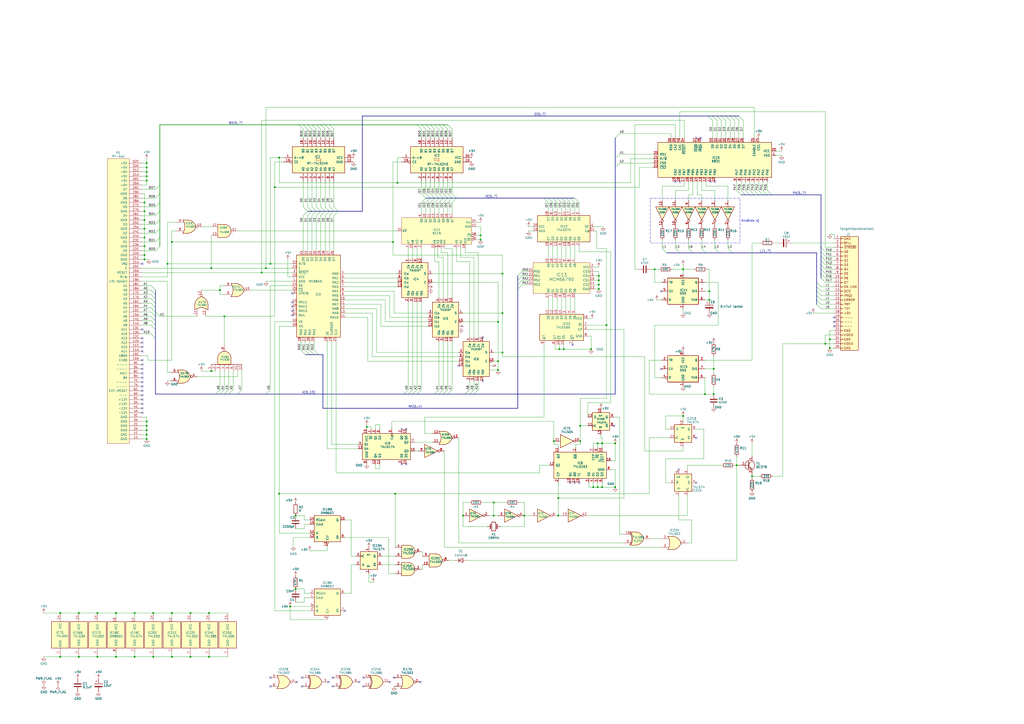
<source format=kicad_sch>
(kicad_sch (version 20230121) (generator eeschema)
  (paper "A2")
  (title_block (title "CÅ-815 CRTC") (date "2023-07-30") (rev "1.0") (company "Åke Holm, CÅ-Elektronik") (comment 1 "Nya RT-datorn") (comment 2 "Videoterminal baserad på 6845") (comment 3 "Schema skapat av Mikael karlsson"))
  (junction (at 286.385 299.085))
  (junction (at 291.465 158.75))
  (junction (at 99.695 355.6))
  (junction (at 278.765 136.525))
  (junction (at 161.925 91.44))
  (junction (at 344.17 282.575))
  (junction (at 411.48 168.91))
  (junction (at 323.85 288.925))
  (junction (at 227.965 140.335))
  (junction (at 351.79 188.595))
  (junction (at 83.82 127.635))
  (junction (at 83.82 117.475))
  (junction (at 85.09 97.155))
  (junction (at 85.09 104.775))
  (junction (at 288.925 186.69))
  (junction (at 85.09 99.695))
  (junction (at 121.285 381))
  (junction (at 85.09 252.095))
  (junction (at 127.635 168.275))
  (junction (at 85.09 94.615))
  (junction (at 346.71 257.175))
  (junction (at 396.24 241.3))
  (junction (at 85.09 247.015))
  (junction (at 411.48 173.99))
  (junction (at 336.55 247.015))
  (junction (at 85.09 254.635))
  (junction (at 171.45 299.085))
  (junction (at 396.24 156.21))
  (junction (at 347.345 165.1))
  (junction (at 346.71 282.575))
  (junction (at 379.73 156.21))
  (junction (at 336.55 255.905))
  (junction (at 212.725 247.65))
  (junction (at 304.165 299.085))
  (junction (at 159.385 108.585))
  (junction (at 83.82 150.495))
  (junction (at 478.79 199.39))
  (junction (at 45.72 355.6))
  (junction (at 122.555 155.575))
  (junction (at 481.33 196.85))
  (junction (at 171.45 341.63))
  (junction (at 349.25 282.575))
  (junction (at 56.515 381))
  (junction (at 291.465 181.61))
  (junction (at 83.82 147.955))
  (junction (at 154.305 155.575))
  (junction (at 268.605 299.085))
  (junction (at 130.175 183.515))
  (junction (at 349.25 257.175))
  (junction (at 78.105 381))
  (junction (at 110.49 355.6))
  (junction (at 85.09 249.555))
  (junction (at 83.82 122.555))
  (junction (at 78.105 355.6))
  (junction (at 347.345 160.02))
  (junction (at 408.94 228.6))
  (junction (at 67.31 381))
  (junction (at 278.765 139.065))
  (junction (at 168.275 351.79))
  (junction (at 436.245 276.225))
  (junction (at 291.465 204.47))
  (junction (at 347.345 167.64))
  (junction (at 427.355 269.875))
  (junction (at 288.925 209.55))
  (junction (at 99.695 381))
  (junction (at 156.845 153.035))
  (junction (at 122.555 215.265))
  (junction (at 356.87 257.175))
  (junction (at 286.385 291.465))
  (junction (at 88.9 355.6))
  (junction (at 230.505 106.045))
  (junction (at 161.925 286.385))
  (junction (at 323.85 299.085))
  (junction (at 56.515 355.6))
  (junction (at 347.345 162.56))
  (junction (at 121.285 355.6))
  (junction (at 85.09 244.475))
  (junction (at 342.9 202.565))
  (junction (at 45.72 381))
  (junction (at 34.925 381))
  (junction (at 229.235 286.385))
  (junction (at 88.9 381))
  (junction (at 110.49 381))
  (junction (at 83.82 132.715))
  (junction (at 151.765 158.115))
  (junction (at 288.925 214.63))
  (junction (at 97.155 153.035))
  (junction (at 85.09 102.235))
  (junction (at 327.025 202.565))
  (junction (at 414.02 228.6))
  (junction (at 83.82 137.795))
  (junction (at 481.33 201.93))
  (junction (at 324.485 202.565))
  (junction (at 321.31 255.905))
  (junction (at 83.82 142.875))
  (junction (at 356.87 282.575))
  (junction (at 67.31 355.6))
  (junction (at 414.02 213.995))
  (junction (at 99.695 140.335))
  (junction (at 34.925 355.6))
  (no_connect (at 332.105 200.025))
  (no_connect (at 403.86 280.035))
  (no_connect (at 82.55 203.835))
  (no_connect (at 233.045 248.92))
  (no_connect (at 266.065 212.09))
  (no_connect (at 156.845 393.065))
  (no_connect (at 193.04 393.065))
  (no_connect (at 383.54 168.91))
  (no_connect (at 169.545 177.8))
  (no_connect (at 356.235 247.015))
  (no_connect (at 280.035 220.98))
  (no_connect (at 483.87 189.23))
  (no_connect (at 333.375 280.035))
  (no_connect (at 330.835 280.035))
  (no_connect (at 233.045 269.24))
  (no_connect (at 403.86 80.01))
  (no_connect (at 82.55 201.295))
  (no_connect (at 412.115 105.41))
  (no_connect (at 391.795 105.41))
  (no_connect (at 82.55 229.235))
  (no_connect (at 243.84 395.605))
  (no_connect (at 190.5 395.605))
  (no_connect (at 228.6 393.065))
  (no_connect (at 403.86 254))
  (no_connect (at 235.585 269.24))
  (no_connect (at 82.55 234.315))
  (no_connect (at 406.4 80.01))
  (no_connect (at 235.585 248.92))
  (no_connect (at 226.06 395.605))
  (no_connect (at 82.55 239.395))
  (no_connect (at 193.04 398.145))
  (no_connect (at 82.55 236.855))
  (no_connect (at 82.55 224.155))
  (no_connect (at 280.035 195.58))
  (no_connect (at 82.55 198.755))
  (no_connect (at 172.085 395.605))
  (no_connect (at 82.55 231.775))
  (no_connect (at 210.82 393.065))
  (no_connect (at 82.55 226.695))
  (no_connect (at 414.655 105.41))
  (no_connect (at 394.335 105.41))
  (no_connect (at 210.82 398.145))
  (no_connect (at 82.55 211.455))
  (no_connect (at 200.025 354.33))
  (no_connect (at 156.845 398.145))
  (no_connect (at 483.87 184.15))
  (no_connect (at 169.545 170.18))
  (no_connect (at 169.545 175.26))
  (no_connect (at 383.54 213.995))
  (no_connect (at 175.26 393.065))
  (no_connect (at 175.26 398.145))
  (no_connect (at 82.55 208.915))
  (no_connect (at 169.545 182.88))
  (no_connect (at 82.55 196.215))
  (no_connect (at 82.55 219.075))
  (no_connect (at 82.55 216.535))
  (no_connect (at 483.87 186.69))
  (no_connect (at 393.7 272.415))
  (no_connect (at 82.55 221.615))
  (no_connect (at 169.545 180.34))
  (no_connect (at 208.28 395.605))
  (no_connect (at 335.915 280.035))
  (no_connect (at 82.55 153.035))
  (no_connect (at 82.55 191.135))
  (no_connect (at 82.55 213.995))
  (bus_entry (at 254.635 226.06) (size -2.54 2.54))
  (bus_entry (at 90.17 140.335) (size 2.54 -2.54))
  (bus_entry (at 92.71 183.515) (size -2.54 -2.54))
  (bus_entry (at 193.675 120.015) (size 2.54 2.54))
  (bus_entry (at 399.415 144.145) (size 2.54 2.54))
  (bus_entry (at 302.895 157.48) (size -2.54 2.54))
  (bus_entry (at 476.25 168.91) (size -2.54 -2.54))
  (bus_entry (at 421.005 69.85) (size -2.54 -2.54))
  (bus_entry (at 423.545 69.85) (size -2.54 -2.54))
  (bus_entry (at 239.395 226.06) (size -2.54 2.54))
  (bus_entry (at 90.17 125.095) (size 2.54 -2.54))
  (bus_entry (at 384.175 144.145) (size 2.54 2.54))
  (bus_entry (at 183.515 72.39) (size 2.54 2.54))
  (bus_entry (at 175.895 120.015) (size 2.54 2.54))
  (bus_entry (at 247.015 117.475) (size 2.54 -2.54))
  (bus_entry (at 87.63 165.735) (size 2.54 2.54))
  (bus_entry (at 178.435 72.39) (size 2.54 2.54))
  (bus_entry (at 254.635 117.475) (size 2.54 -2.54))
  (bus_entry (at 177.165 203.2) (size 2.54 2.54))
  (bus_entry (at 413.385 69.85) (size -2.54 -2.54))
  (bus_entry (at 356.87 97.155) (size 2.54 -2.54))
  (bus_entry (at 478.79 156.21) (size -2.54 -2.54))
  (bus_entry (at 262.255 112.395) (size 2.54 2.54))
  (bus_entry (at 183.515 120.015) (size 2.54 2.54))
  (bus_entry (at 244.475 226.06) (size -2.54 2.54))
  (bus_entry (at 87.63 168.275) (size 2.54 2.54))
  (bus_entry (at 140.335 226.06) (size -2.54 2.54))
  (bus_entry (at 244.475 72.39) (size 2.54 2.54))
  (bus_entry (at 87.63 170.815) (size 2.54 2.54))
  (bus_entry (at 476.25 166.37) (size -2.54 -2.54))
  (bus_entry (at 333.375 117.475) (size -2.54 -2.54))
  (bus_entry (at 90.17 130.175) (size 2.54 -2.54))
  (bus_entry (at 87.63 175.895) (size 2.54 2.54))
  (bus_entry (at 90.17 145.415) (size 2.54 -2.54))
  (bus_entry (at 249.555 112.395) (size 2.54 2.54))
  (bus_entry (at 90.17 114.935) (size 2.54 -2.54))
  (bus_entry (at 328.295 117.475) (size -2.54 -2.54))
  (bus_entry (at 236.855 226.06) (size -2.54 2.54))
  (bus_entry (at 323.215 117.475) (size -2.54 -2.54))
  (bus_entry (at 418.465 69.85) (size -2.54 -2.54))
  (bus_entry (at 445.135 110.49) (size 2.54 2.54))
  (bus_entry (at 174.625 203.2) (size 2.54 2.54))
  (bus_entry (at 254.635 72.39) (size 2.54 2.54))
  (bus_entry (at 428.625 69.85) (size -2.54 -2.54))
  (bus_entry (at 180.975 72.39) (size 2.54 2.54))
  (bus_entry (at 478.79 163.83) (size -2.54 -2.54))
  (bus_entry (at 257.175 226.06) (size -2.54 2.54))
  (bus_entry (at 476.25 171.45) (size -2.54 -2.54))
  (bus_entry (at 87.63 188.595) (size 2.54 2.54))
  (bus_entry (at 432.435 110.49) (size 2.54 2.54))
  (bus_entry (at 434.975 110.49) (size 2.54 2.54))
  (bus_entry (at 407.035 144.145) (size 2.54 2.54))
  (bus_entry (at 356.87 80.01) (size 2.54 -2.54))
  (bus_entry (at 254.635 112.395) (size 2.54 2.54))
  (bus_entry (at 252.095 112.395) (size 2.54 2.54))
  (bus_entry (at 186.055 125.095) (size 2.54 -2.54))
  (bus_entry (at 252.095 117.475) (size 2.54 -2.54))
  (bus_entry (at 422.275 144.145) (size 2.54 2.54))
  (bus_entry (at 247.015 112.395) (size 2.54 2.54))
  (bus_entry (at 180.975 120.015) (size 2.54 2.54))
  (bus_entry (at 87.63 180.975) (size 2.54 2.54))
  (bus_entry (at 193.675 125.095) (size 2.54 -2.54))
  (bus_entry (at 249.555 72.39) (size 2.54 2.54))
  (bus_entry (at 476.25 173.99) (size -2.54 -2.54))
  (bus_entry (at 132.715 226.06) (size -2.54 2.54))
  (bus_entry (at 183.515 125.095) (size 2.54 -2.54))
  (bus_entry (at 175.895 72.39) (size 2.54 2.54))
  (bus_entry (at 478.79 153.67) (size -2.54 -2.54))
  (bus_entry (at 330.835 117.475) (size -2.54 -2.54))
  (bus_entry (at 180.975 125.095) (size 2.54 -2.54))
  (bus_entry (at 478.79 148.59) (size -2.54 -2.54))
  (bus_entry (at 186.055 72.39) (size 2.54 2.54))
  (bus_entry (at 87.63 178.435) (size 2.54 2.54))
  (bus_entry (at 257.175 112.395) (size 2.54 2.54))
  (bus_entry (at 259.715 112.395) (size 2.54 2.54))
  (bus_entry (at 259.715 226.06) (size -2.54 2.54))
  (bus_entry (at 244.475 117.475) (size 2.54 -2.54))
  (bus_entry (at 426.085 69.85) (size -2.54 -2.54))
  (bus_entry (at 478.79 161.29) (size -2.54 -2.54))
  (bus_entry (at 302.895 162.56) (size -2.54 2.54))
  (bus_entry (at 277.495 226.06) (size -2.54 2.54))
  (bus_entry (at 178.435 125.095) (size 2.54 -2.54))
  (bus_entry (at 320.675 117.475) (size -2.54 -2.54))
  (bus_entry (at 325.755 117.475) (size -2.54 -2.54))
  (bus_entry (at 478.79 151.13) (size -2.54 -2.54))
  (bus_entry (at 188.595 125.095) (size 2.54 -2.54))
  (bus_entry (at 335.915 117.475) (size -2.54 -2.54))
  (bus_entry (at 318.135 117.475) (size -2.54 -2.54))
  (bus_entry (at 302.895 160.02) (size -2.54 2.54))
  (bus_entry (at 175.895 125.095) (size 2.54 -2.54))
  (bus_entry (at 257.175 72.39) (size 2.54 2.54))
  (bus_entry (at 87.63 193.675) (size 2.54 2.54))
  (bus_entry (at 478.79 158.75) (size -2.54 -2.54))
  (bus_entry (at 414.655 144.145) (size 2.54 2.54))
  (bus_entry (at 90.17 120.015) (size 2.54 -2.54))
  (bus_entry (at 259.715 72.39) (size 2.54 2.54))
  (bus_entry (at 247.015 72.39) (size 2.54 2.54))
  (bus_entry (at 178.435 120.015) (size 2.54 2.54))
  (bus_entry (at 135.255 226.06) (size -2.54 2.54))
  (bus_entry (at 90.17 135.255) (size 2.54 -2.54))
  (bus_entry (at 274.955 226.06) (size -2.54 2.54))
  (bus_entry (at 191.135 120.015) (size 2.54 2.54))
  (bus_entry (at 431.165 69.85) (size -2.54 -2.54))
  (bus_entry (at 186.055 120.015) (size 2.54 2.54))
  (bus_entry (at 156.845 226.06) (size -2.54 2.54))
  (bus_entry (at 191.135 125.095) (size 2.54 -2.54))
  (bus_entry (at 191.135 72.39) (size 2.54 2.54))
  (bus_entry (at 272.415 226.06) (size -2.54 2.54))
  (bus_entry (at 391.795 144.145) (size 2.54 2.54))
  (bus_entry (at 127.635 226.06) (size -2.54 2.54))
  (bus_entry (at 241.935 226.06) (size -2.54 2.54))
  (bus_entry (at 442.595 110.49) (size 2.54 2.54))
  (bus_entry (at 356.87 92.075) (size 2.54 -2.54))
  (bus_entry (at 440.055 110.49) (size 2.54 2.54))
  (bus_entry (at 429.895 110.49) (size 2.54 2.54))
  (bus_entry (at 87.63 173.355) (size 2.54 2.54))
  (bus_entry (at 476.25 176.53) (size -2.54 -2.54))
  (bus_entry (at 188.595 120.015) (size 2.54 2.54))
  (bus_entry (at 244.475 112.395) (size 2.54 2.54))
  (bus_entry (at 241.935 72.39) (size 2.54 2.54))
  (bus_entry (at 437.515 110.49) (size 2.54 2.54))
  (bus_entry (at 188.595 72.39) (size 2.54 2.54))
  (bus_entry (at 257.175 117.475) (size 2.54 -2.54))
  (bus_entry (at 173.355 72.39) (size 2.54 2.54))
  (bus_entry (at 302.895 165.1) (size -2.54 2.54))
  (bus_entry (at 427.355 110.49) (size 2.54 2.54))
  (bus_entry (at 252.095 72.39) (size 2.54 2.54))
  (bus_entry (at 182.245 203.2) (size 2.54 2.54))
  (bus_entry (at 259.715 117.475) (size 2.54 -2.54))
  (bus_entry (at 415.925 69.85) (size -2.54 -2.54))
  (bus_entry (at 130.175 226.06) (size -2.54 2.54))
  (bus_entry (at 90.17 109.855) (size 2.54 -2.54))
  (bus_entry (at 179.705 203.2) (size 2.54 2.54))
  (bus_entry (at 262.255 117.475) (size 2.54 -2.54))
  (bus_entry (at 87.63 186.055) (size 2.54 2.54))
  (bus_entry (at 249.555 117.475) (size 2.54 -2.54))
  (bus_entry (at 478.79 146.05) (size -2.54 -2.54))
  (bus_entry (at 87.63 183.515) (size 2.54 2.54))
  (bus_entry (at 262.255 226.06) (size -2.54 2.54))
  (bus_entry (at 476.25 179.07) (size -2.54 -2.54))
  (wire (pts (xy 409.575 105.41) (xy 409.575 107.95)))
  (wire (pts (xy 340.995 233.68) (xy 354.33 233.68)))
  (wire (pts (xy 260.35 325.12) (xy 263.525 325.12)))
  (bus (pts (xy 241.935 228.6) (xy 239.395 228.6)))
  (wire (pts (xy 247.015 117.475) (xy 247.015 123.825)))
  (wire (pts (xy 344.805 160.02) (xy 347.345 160.02)))
  (wire (pts (xy 379.73 188.595) (xy 416.56 188.595)))
  (wire (pts (xy 159.385 108.585) (xy 159.385 93.98)))
  (wire (pts (xy 354.33 233.68) (xy 354.33 146.05)))
  (wire (pts (xy 336.55 255.905) (xy 336.55 257.81)))
  (wire (pts (xy 389.255 77.47) (xy 389.255 80.01)))
  (wire (pts (xy 436.245 274.955) (xy 436.245 276.225)))
  (wire (pts (xy 344.805 162.56) (xy 347.345 162.56)))
  (wire (pts (xy 401.955 113.03) (xy 399.415 113.03)))
  (wire (pts (xy 85.09 244.475) (xy 85.09 247.015)))
  (bus (pts (xy 476.25 156.21) (xy 476.25 158.75)))
  (wire (pts (xy 340.995 299.085) (xy 398.78 299.085)))
  (wire (pts (xy 396.24 156.21) (xy 396.24 158.75)))
  (wire (pts (xy 349.25 282.575) (xy 349.25 280.035)))
  (wire (pts (xy 161.925 91.44) (xy 156.845 91.44)))
  (wire (pts (xy 478.79 64.77) (xy 394.335 64.77)))
  (wire (pts (xy 415.925 69.85) (xy 415.925 80.01)))
  (wire (pts (xy 359.41 77.47) (xy 389.255 77.47)))
  (wire (pts (xy 179.705 344.17) (xy 176.53 344.17)))
  (wire (pts (xy 200.025 344.17) (xy 203.835 344.17)))
  (wire (pts (xy 82.55 130.175) (xy 90.17 130.175)))
  (bus (pts (xy 476.25 146.05) (xy 476.25 148.59)))
  (wire (pts (xy 255.905 146.685) (xy 255.905 144.145)))
  (wire (pts (xy 344.805 157.48) (xy 347.345 157.48)))
  (wire (pts (xy 384.175 107.95) (xy 384.175 116.205)))
  (wire (pts (xy 97.155 153.035) (xy 156.845 153.035)))
  (wire (pts (xy 359.41 89.535) (xy 379.095 89.535)))
  (wire (pts (xy 200.025 161.29) (xy 230.505 161.29)))
  (wire (pts (xy 459.105 140.97) (xy 483.87 140.97)))
  (wire (pts (xy 82.55 155.575) (xy 122.555 155.575)))
  (wire (pts (xy 217.805 269.24) (xy 217.805 271.78)))
  (wire (pts (xy 318.77 269.875) (xy 313.055 269.875)))
  (wire (pts (xy 121.285 355.6) (xy 132.08 355.6)))
  (wire (pts (xy 347.345 165.1) (xy 347.345 167.64)))
  (wire (pts (xy 85.09 97.155) (xy 85.09 99.695)))
  (wire (pts (xy 179.705 319.405) (xy 189.865 319.405)))
  (wire (pts (xy 429.895 105.41) (xy 429.895 110.49)))
  (wire (pts (xy 193.675 105.41) (xy 193.675 120.015)))
  (wire (pts (xy 254.635 105.41) (xy 254.635 112.395)))
  (wire (pts (xy 277.495 220.98) (xy 277.495 226.06)))
  (wire (pts (xy 274.955 195.58) (xy 274.955 149.225)))
  (wire (pts (xy 250.825 163.83) (xy 288.925 163.83)))
  (wire (pts (xy 348.615 254) (xy 349.25 254)))
  (wire (pts (xy 186.055 105.41) (xy 186.055 120.015)))
  (wire (pts (xy 328.295 142.875) (xy 328.295 149.86)))
  (bus (pts (xy 356.87 80.01) (xy 356.87 92.075)))
  (wire (pts (xy 259.715 74.93) (xy 259.715 80.01)))
  (bus (pts (xy 187.325 205.74) (xy 187.325 236.855)))
  (wire (pts (xy 383.54 219.075) (xy 379.73 219.075)))
  (bus (pts (xy 186.055 72.39) (xy 188.595 72.39)) (stroke (width 0) (color 0 132 0 1)))
  (wire (pts (xy 351.79 144.145) (xy 351.79 188.595)))
  (wire (pts (xy 454.025 199.39) (xy 454.025 276.225)))
  (wire (pts (xy 330.835 142.875) (xy 330.835 149.86)))
  (wire (pts (xy 179.705 198.12) (xy 179.705 203.2)))
  (wire (pts (xy 321.31 257.81) (xy 323.85 257.81)))
  (wire (pts (xy 344.17 282.575) (xy 346.71 282.575)))
  (wire (pts (xy 478.79 199.39) (xy 454.025 199.39)))
  (wire (pts (xy 245.11 330.2) (xy 245.11 327.66)))
  (wire (pts (xy 186.055 125.095) (xy 186.055 145.415)))
  (wire (pts (xy 478.79 143.51) (xy 478.79 64.77)))
  (wire (pts (xy 346.71 257.175) (xy 349.25 257.175)))
  (wire (pts (xy 268.605 305.435) (xy 282.575 305.435)))
  (bus (pts (xy 323.215 114.935) (xy 325.755 114.935)))
  (wire (pts (xy 323.85 299.085) (xy 325.755 299.085)))
  (wire (pts (xy 246.38 251.46) (xy 250.825 251.46)))
  (wire (pts (xy 170.18 311.785) (xy 170.18 316.865)))
  (wire (pts (xy 244.475 330.2) (xy 245.11 330.2)))
  (wire (pts (xy 218.44 204.47) (xy 218.44 179.07)))
  (wire (pts (xy 418.465 69.85) (xy 418.465 80.01)))
  (wire (pts (xy 154.305 62.23) (xy 437.515 62.23)))
  (wire (pts (xy 336.55 257.81) (xy 334.01 257.81)))
  (wire (pts (xy 99.695 140.335) (xy 227.965 140.335)))
  (wire (pts (xy 85.09 241.935) (xy 85.09 244.475)))
  (wire (pts (xy 302.895 160.02) (xy 306.705 160.02)))
  (wire (pts (xy 82.55 170.815) (xy 87.63 170.815)))
  (wire (pts (xy 374.015 261.62) (xy 374.015 207.01)))
  (wire (pts (xy 116.84 215.265) (xy 122.555 215.265)))
  (bus (pts (xy 92.71 122.555) (xy 92.71 117.475)) (stroke (width 0) (color 0 132 0 1)))
  (wire (pts (xy 300.99 291.465) (xy 304.165 291.465)))
  (wire (pts (xy 82.55 125.095) (xy 90.17 125.095)))
  (wire (pts (xy 156.845 165.735) (xy 169.545 165.735)))
  (wire (pts (xy 82.55 180.975) (xy 87.63 180.975)))
  (wire (pts (xy 478.79 153.67) (xy 483.87 153.67)))
  (wire (pts (xy 266.065 209.55) (xy 213.36 209.55)))
  (wire (pts (xy 82.55 183.515) (xy 87.63 183.515)))
  (wire (pts (xy 249.555 74.93) (xy 249.555 80.01)))
  (wire (pts (xy 82.55 120.015) (xy 90.17 120.015)))
  (wire (pts (xy 267.335 149.225) (xy 267.335 144.145)))
  (wire (pts (xy 85.09 99.695) (xy 85.09 102.235)))
  (wire (pts (xy 192.405 198.12) (xy 192.405 257.81)))
  (wire (pts (xy 416.56 188.595) (xy 416.56 163.83)))
  (wire (pts (xy 189.865 260.35) (xy 207.645 260.35)))
  (wire (pts (xy 384.175 139.065) (xy 384.175 144.145)))
  (wire (pts (xy 82.55 112.395) (xy 83.82 112.395)))
  (wire (pts (xy 110.49 355.6) (xy 121.285 355.6)))
  (bus (pts (xy 137.795 228.6) (xy 154.305 228.6)))
  (wire (pts (xy 340.995 184.785) (xy 343.535 184.785)))
  (bus (pts (xy 300.355 162.56) (xy 300.355 165.1)))
  (wire (pts (xy 481.33 201.93) (xy 481.33 196.85)))
  (bus (pts (xy 257.175 114.935) (xy 259.715 114.935)))
  (wire (pts (xy 483.87 201.93) (xy 481.33 201.93)))
  (wire (pts (xy 82.55 99.695) (xy 85.09 99.695)))
  (wire (pts (xy 82.55 122.555) (xy 83.82 122.555)))
  (bus (pts (xy 241.935 72.39) (xy 244.475 72.39)) (stroke (width 0) (color 0 132 0 1)))
  (bus (pts (xy 244.475 72.39) (xy 247.015 72.39)) (stroke (width 0) (color 0 132 0 1)))
  (bus (pts (xy 249.555 114.935) (xy 252.095 114.935)))
  (wire (pts (xy 200.025 311.785) (xy 225.425 311.785)))
  (wire (pts (xy 241.935 175.26) (xy 241.935 226.06)))
  (wire (pts (xy 82.55 107.315) (xy 85.09 107.315)))
  (wire (pts (xy 408.94 213.995) (xy 414.02 213.995)))
  (wire (pts (xy 192.405 257.81) (xy 207.645 257.81)))
  (wire (pts (xy 278.765 136.525) (xy 278.765 139.065)))
  (wire (pts (xy 179.705 301.625) (xy 176.53 301.625)))
  (wire (pts (xy 333.375 172.72) (xy 333.375 179.705)))
  (wire (pts (xy 244.475 74.93) (xy 244.475 80.01)))
  (wire (pts (xy 379.73 219.075) (xy 379.73 188.595)))
  (wire (pts (xy 67.31 355.6) (xy 78.105 355.6)))
  (bus (pts (xy 300.355 165.1) (xy 300.355 167.64)))
  (wire (pts (xy 127.635 215.265) (xy 127.635 226.06)))
  (bus (pts (xy 175.895 72.39) (xy 178.435 72.39)) (stroke (width 0) (color 0 132 0 1)))
  (wire (pts (xy 244.475 175.26) (xy 244.475 226.06)))
  (wire (pts (xy 161.925 91.44) (xy 161.925 106.045)))
  (wire (pts (xy 169.545 160.655) (xy 167.005 160.655)))
  (wire (pts (xy 401.32 314.96) (xy 401.32 301.625)))
  (bus (pts (xy 210.185 122.555) (xy 210.185 67.31)))
  (wire (pts (xy 262.255 172.72) (xy 262.255 144.145)))
  (wire (pts (xy 340.995 241.935) (xy 340.995 233.68)))
  (bus (pts (xy 130.175 228.6) (xy 132.715 228.6)))
  (wire (pts (xy 130.175 183.515) (xy 119.38 183.515)))
  (bus (pts (xy 252.095 72.39) (xy 254.635 72.39)) (stroke (width 0) (color 0 132 0 1)))
  (wire (pts (xy 347.345 154.94) (xy 344.805 154.94)))
  (wire (pts (xy 227.33 244.475) (xy 227.33 248.92)))
  (wire (pts (xy 346.075 144.145) (xy 351.79 144.145)))
  (wire (pts (xy 323.85 288.925) (xy 323.85 299.085)))
  (wire (pts (xy 83.82 112.395) (xy 83.82 117.475)))
  (wire (pts (xy 223.52 173.99) (xy 200.025 173.99)))
  (wire (pts (xy 391.795 72.39) (xy 368.3 72.39)))
  (wire (pts (xy 370.84 108.585) (xy 370.84 97.155)))
  (wire (pts (xy 82.55 188.595) (xy 87.63 188.595)))
  (wire (pts (xy 193.675 125.095) (xy 193.675 145.415)))
  (wire (pts (xy 249.555 105.41) (xy 249.555 112.395)))
  (wire (pts (xy 476.25 179.07) (xy 483.87 179.07)))
  (wire (pts (xy 254.635 151.765) (xy 252.095 151.765)))
  (wire (pts (xy 408.94 228.6) (xy 414.02 228.6)))
  (wire (pts (xy 411.48 173.99) (xy 408.94 173.99)))
  (wire (pts (xy 254.635 172.72) (xy 254.635 151.765)))
  (bus (pts (xy 328.295 114.935) (xy 330.835 114.935)))
  (wire (pts (xy 88.9 381) (xy 99.695 381)))
  (wire (pts (xy 220.345 248.92) (xy 220.345 246.38)))
  (wire (pts (xy 408.94 228.6) (xy 376.555 228.6)))
  (wire (pts (xy 401.32 301.625) (xy 393.7 301.625)))
  (wire (pts (xy 180.975 125.095) (xy 180.975 145.415)))
  (wire (pts (xy 83.82 150.495) (xy 86.36 150.495)))
  (wire (pts (xy 213.995 332.74) (xy 213.995 337.82)))
  (wire (pts (xy 82.55 114.935) (xy 90.17 114.935)))
  (wire (pts (xy 344.17 257.175) (xy 344.17 259.715)))
  (wire (pts (xy 368.3 156.21) (xy 370.205 156.21)))
  (wire (pts (xy 278.765 131.445) (xy 278.765 136.525)))
  (wire (pts (xy 140.335 215.265) (xy 140.335 226.06)))
  (wire (pts (xy 404.495 105.41) (xy 404.495 113.03)))
  (wire (pts (xy 349.25 257.175) (xy 349.25 259.715)))
  (wire (pts (xy 407.035 139.065) (xy 407.035 144.145)))
  (wire (pts (xy 257.175 149.225) (xy 254 149.225)))
  (bus (pts (xy 92.71 72.39) (xy 173.355 72.39)) (stroke (width 0) (color 0 132 0 1)))
  (wire (pts (xy 396.875 80.01) (xy 396.875 69.85)))
  (wire (pts (xy 291.465 181.61) (xy 291.465 158.75)))
  (wire (pts (xy 283.845 299.085) (xy 286.385 299.085)))
  (wire (pts (xy 97.155 163.195) (xy 97.155 215.9)))
  (wire (pts (xy 407.035 110.49) (xy 414.655 110.49)))
  (wire (pts (xy 379.73 163.83) (xy 383.54 163.83)))
  (wire (pts (xy 217.805 271.78) (xy 220.345 271.78)))
  (wire (pts (xy 394.335 64.77) (xy 394.335 80.01)))
  (wire (pts (xy 349.25 257.175) (xy 356.87 257.175)))
  (wire (pts (xy 85.725 206.375) (xy 85.725 208.915)))
  (wire (pts (xy 344.17 257.175) (xy 346.71 257.175)))
  (wire (pts (xy 427.355 264.795) (xy 427.355 269.875)))
  (bus (pts (xy 90.17 228.6) (xy 125.095 228.6)))
  (wire (pts (xy 203.835 327.66) (xy 206.375 327.66)))
  (bus (pts (xy 90.17 168.275) (xy 90.17 170.815)))
  (wire (pts (xy 445.135 105.41) (xy 445.135 110.49)))
  (wire (pts (xy 203.835 344.17) (xy 203.835 327.66)))
  (bus (pts (xy 188.595 122.555) (xy 191.135 122.555)))
  (wire (pts (xy 248.285 181.61) (xy 228.6 181.61)))
  (bus (pts (xy 318.135 114.935) (xy 320.675 114.935)))
  (bus (pts (xy 423.545 67.31) (xy 426.085 67.31)))
  (bus (pts (xy 401.955 146.685) (xy 409.575 146.685)))
  (wire (pts (xy 393.7 301.625) (xy 393.7 287.655)))
  (wire (pts (xy 349.25 282.575) (xy 356.87 282.575)))
  (wire (pts (xy 169.545 189.23) (xy 161.925 189.23)))
  (wire (pts (xy 116.84 168.275) (xy 127.635 168.275)))
  (wire (pts (xy 476.25 176.53) (xy 483.87 176.53)))
  (wire (pts (xy 483.87 135.89) (xy 481.33 135.89)))
  (wire (pts (xy 78.105 381) (xy 88.9 381)))
  (wire (pts (xy 230.505 106.045) (xy 365.76 106.045)))
  (wire (pts (xy 268.605 186.69) (xy 288.925 186.69)))
  (wire (pts (xy 398.78 299.085) (xy 398.78 287.655)))
  (bus (pts (xy 259.715 114.935) (xy 262.255 114.935)))
  (wire (pts (xy 236.855 175.26) (xy 236.855 226.06)))
  (wire (pts (xy 266.065 204.47) (xy 218.44 204.47)))
  (bus (pts (xy 178.435 72.39) (xy 180.975 72.39)) (stroke (width 0) (color 0 132 0 1)))
  (bus (pts (xy 254.635 72.39) (xy 257.175 72.39)) (stroke (width 0) (color 0 132 0 1)))
  (wire (pts (xy 268.605 299.085) (xy 268.605 305.435)))
  (wire (pts (xy 117.475 131.445) (xy 122.555 131.445)))
  (wire (pts (xy 45.72 381) (xy 56.515 381)))
  (bus (pts (xy 426.085 67.31) (xy 428.625 67.31)))
  (wire (pts (xy 341.63 282.575) (xy 341.63 280.035)))
  (wire (pts (xy 97.155 215.9) (xy 99.06 215.9)))
  (wire (pts (xy 227.965 147.955) (xy 227.965 140.335)))
  (wire (pts (xy 228.6 168.91) (xy 200.025 168.91)))
  (wire (pts (xy 259.715 105.41) (xy 259.715 112.395)))
  (wire (pts (xy 344.805 133.985) (xy 346.075 133.985)))
  (wire (pts (xy 398.78 269.875) (xy 418.465 269.875)))
  (wire (pts (xy 321.31 244.475) (xy 321.31 255.905)))
  (wire (pts (xy 396.875 107.95) (xy 384.175 107.95)))
  (bus (pts (xy 418.465 67.31) (xy 421.005 67.31)))
  (wire (pts (xy 276.225 128.905) (xy 278.765 128.905)))
  (wire (pts (xy 97.155 128.905) (xy 97.155 153.035)))
  (wire (pts (xy 291.465 204.47) (xy 291.465 207.01)))
  (wire (pts (xy 159.385 108.585) (xy 370.84 108.585)))
  (wire (pts (xy 277.495 195.58) (xy 277.495 146.685)))
  (wire (pts (xy 247.015 105.41) (xy 247.015 112.395)))
  (wire (pts (xy 272.415 195.58) (xy 272.415 151.765)))
  (wire (pts (xy 188.595 125.095) (xy 188.595 145.415)))
  (wire (pts (xy 346.71 282.575) (xy 349.25 282.575)))
  (wire (pts (xy 156.845 91.44) (xy 156.845 153.035)))
  (wire (pts (xy 335.915 117.475) (xy 335.915 122.555)))
  (bus (pts (xy 173.355 72.39) (xy 175.895 72.39)) (stroke (width 0) (color 0 132 0 1)))
  (wire (pts (xy 431.165 69.85) (xy 431.165 80.01)))
  (wire (pts (xy 127.635 170.815) (xy 130.175 170.815)))
  (wire (pts (xy 175.895 74.93) (xy 175.895 80.01)))
  (bus (pts (xy 394.335 146.685) (xy 401.955 146.685)))
  (wire (pts (xy 156.845 153.035) (xy 169.545 153.035)))
  (wire (pts (xy 361.95 191.135) (xy 340.995 191.135)))
  (wire (pts (xy 176.53 346.71) (xy 179.705 346.71)))
  (wire (pts (xy 328.295 172.72) (xy 328.295 179.705)))
  (wire (pts (xy 130.175 165.735) (xy 127.635 165.735)))
  (wire (pts (xy 213.995 337.82) (xy 216.535 337.82)))
  (wire (pts (xy 278.765 139.065) (xy 276.225 139.065)))
  (bus (pts (xy 210.185 67.31) (xy 410.845 67.31)))
  (wire (pts (xy 230.505 91.44) (xy 233.045 91.44)))
  (wire (pts (xy 391.795 139.065) (xy 391.795 144.145)))
  (wire (pts (xy 252.095 117.475) (xy 252.095 123.825)))
  (wire (pts (xy 83.82 117.475) (xy 83.82 122.555)))
  (wire (pts (xy 330.835 172.72) (xy 330.835 179.705)))
  (wire (pts (xy 478.79 151.13) (xy 483.87 151.13)))
  (wire (pts (xy 122.555 136.525) (xy 122.555 155.575)))
  (bus (pts (xy 125.095 228.6) (xy 127.635 228.6)))
  (wire (pts (xy 171.45 349.25) (xy 176.53 349.25)))
  (wire (pts (xy 85.09 102.235) (xy 85.09 104.775)))
  (wire (pts (xy 346.71 257.175) (xy 346.71 259.715)))
  (bus (pts (xy 254.635 114.935) (xy 257.175 114.935)))
  (wire (pts (xy 325.755 117.475) (xy 325.755 122.555)))
  (bus (pts (xy 187.325 236.855) (xy 300.355 236.855)))
  (wire (pts (xy 346.075 133.985) (xy 346.075 144.145)))
  (wire (pts (xy 330.835 117.475) (xy 330.835 122.555)))
  (wire (pts (xy 262.255 198.12) (xy 262.255 226.06)))
  (wire (pts (xy 245.11 320.04) (xy 245.11 322.58)))
  (wire (pts (xy 315.595 200.025) (xy 315.595 241.935)))
  (wire (pts (xy 318.135 172.72) (xy 318.135 179.705)))
  (wire (pts (xy 250.825 158.75) (xy 291.465 158.75)))
  (wire (pts (xy 318.135 142.875) (xy 318.135 149.86)))
  (wire (pts (xy 304.165 299.085) (xy 307.975 299.085)))
  (wire (pts (xy 226.06 171.45) (xy 200.025 171.45)))
  (wire (pts (xy 411.48 156.21) (xy 411.48 168.91)))
  (wire (pts (xy 34.925 355.6) (xy 45.72 355.6)))
  (wire (pts (xy 269.875 146.685) (xy 269.875 144.145)))
  (wire (pts (xy 257.81 261.62) (xy 257.81 317.5)))
  (wire (pts (xy 82.55 145.415) (xy 90.17 145.415)))
  (wire (pts (xy 212.725 247.65) (xy 212.725 248.92)))
  (wire (pts (xy 478.79 146.05) (xy 483.87 146.05)))
  (wire (pts (xy 175.895 105.41) (xy 175.895 120.015)))
  (bus (pts (xy 183.515 122.555) (xy 186.055 122.555)))
  (wire (pts (xy 82.55 206.375) (xy 85.725 206.375)))
  (wire (pts (xy 25.4 381) (xy 34.925 381)))
  (bus (pts (xy 90.17 186.055) (xy 90.17 188.595)))
  (wire (pts (xy 450.215 90.17) (xy 453.39 90.17)))
  (wire (pts (xy 183.515 74.93) (xy 183.515 80.01)))
  (wire (pts (xy 327.025 200.025) (xy 327.025 202.565)))
  (wire (pts (xy 154.305 163.195) (xy 169.545 163.195)))
  (wire (pts (xy 442.595 105.41) (xy 442.595 110.49)))
  (wire (pts (xy 478.79 163.83) (xy 483.87 163.83)))
  (wire (pts (xy 396.24 261.62) (xy 374.015 261.62)))
  (wire (pts (xy 254 144.145) (xy 254 149.225)))
  (wire (pts (xy 328.295 117.475) (xy 328.295 122.555)))
  (wire (pts (xy 82.55 97.155) (xy 85.09 97.155)))
  (wire (pts (xy 174.625 198.12) (xy 174.625 203.2)))
  (bus (pts (xy 239.395 228.6) (xy 236.855 228.6)))
  (wire (pts (xy 92.71 183.515) (xy 114.3 183.515)))
  (wire (pts (xy 302.895 162.56) (xy 306.705 162.56)))
  (wire (pts (xy 272.415 151.765) (xy 264.795 151.765)))
  (wire (pts (xy 241.935 144.145) (xy 241.935 149.86)))
  (wire (pts (xy 176.53 299.085) (xy 171.45 299.085)))
  (wire (pts (xy 223.52 186.69) (xy 223.52 173.99)))
  (wire (pts (xy 82.55 247.015) (xy 85.09 247.015)))
  (wire (pts (xy 180.975 105.41) (xy 180.975 120.015)))
  (wire (pts (xy 176.53 344.17) (xy 176.53 341.63)))
  (wire (pts (xy 186.055 74.93) (xy 186.055 80.01)))
  (wire (pts (xy 483.87 191.77) (xy 481.33 191.77)))
  (bus (pts (xy 300.355 167.64) (xy 300.355 236.855)))
  (wire (pts (xy 191.135 105.41) (xy 191.135 120.015)))
  (bus (pts (xy 476.25 148.59) (xy 476.25 151.13)))
  (wire (pts (xy 471.805 181.61) (xy 483.87 181.61)))
  (wire (pts (xy 168.275 359.41) (xy 168.275 351.79)))
  (bus (pts (xy 437.515 113.03) (xy 440.055 113.03)))
  (wire (pts (xy 347.345 157.48) (xy 347.345 160.02)))
  (wire (pts (xy 221.615 322.58) (xy 229.235 322.58)))
  (wire (pts (xy 159.385 93.98) (xy 164.465 93.98)))
  (wire (pts (xy 239.395 144.145) (xy 239.395 149.86)))
  (wire (pts (xy 83.82 137.795) (xy 83.82 142.875)))
  (wire (pts (xy 99.695 381) (xy 110.49 381)))
  (wire (pts (xy 404.495 113.03) (xy 407.035 113.03)))
  (wire (pts (xy 476.25 171.45) (xy 483.87 171.45)))
  (wire (pts (xy 259.715 172.72) (xy 259.715 146.685)))
  (bus (pts (xy 274.955 228.6) (xy 356.87 228.6)))
  (wire (pts (xy 221.615 327.66) (xy 229.235 327.66)))
  (wire (pts (xy 34.925 381) (xy 45.72 381)))
  (wire (pts (xy 478.79 161.29) (xy 483.87 161.29)))
  (wire (pts (xy 436.245 208.915) (xy 408.94 208.915)))
  (wire (pts (xy 306.705 131.445) (xy 309.245 131.445)))
  (wire (pts (xy 386.08 241.3) (xy 396.24 241.3)))
  (bus (pts (xy 476.25 113.03) (xy 476.25 143.51)))
  (wire (pts (xy 183.515 125.095) (xy 183.515 145.415)))
  (wire (pts (xy 336.55 231.14) (xy 336.55 247.015)))
  (wire (pts (xy 168.275 359.41) (xy 189.865 359.41)))
  (wire (pts (xy 286.385 209.55) (xy 288.925 209.55)))
  (bus (pts (xy 90.17 170.815) (xy 90.17 173.355)))
  (wire (pts (xy 82.55 142.875) (xy 83.82 142.875)))
  (bus (pts (xy 92.71 112.395) (xy 92.71 107.315)) (stroke (width 0) (color 0 132 0 1)))
  (wire (pts (xy 399.415 105.41) (xy 399.415 110.49)))
  (wire (pts (xy 347.345 162.56) (xy 347.345 165.1)))
  (wire (pts (xy 177.165 198.12) (xy 177.165 203.2)))
  (wire (pts (xy 306.705 133.985) (xy 309.245 133.985)))
  (wire (pts (xy 82.55 135.255) (xy 90.17 135.255)))
  (wire (pts (xy 82.55 158.115) (xy 151.765 158.115)))
  (wire (pts (xy 478.79 158.75) (xy 483.87 158.75)))
  (bus (pts (xy 445.135 113.03) (xy 447.675 113.03)))
  (wire (pts (xy 82.55 178.435) (xy 87.63 178.435)))
  (wire (pts (xy 436.245 257.175) (xy 436.245 264.795)))
  (wire (pts (xy 323.85 257.81) (xy 323.85 259.715)))
  (wire (pts (xy 249.555 117.475) (xy 249.555 123.825)))
  (wire (pts (xy 321.945 200.025) (xy 321.945 202.565)))
  (wire (pts (xy 200.025 184.15) (xy 213.36 184.15)))
  (wire (pts (xy 398.78 314.96) (xy 401.32 314.96)))
  (wire (pts (xy 220.98 189.23) (xy 220.98 176.53)))
  (bus (pts (xy 191.135 122.555) (xy 193.675 122.555)))
  (bus (pts (xy 432.435 113.03) (xy 434.975 113.03)))
  (wire (pts (xy 348.615 252.095) (xy 348.615 254)))
  (wire (pts (xy 381 173.99) (xy 383.54 173.99)))
  (bus (pts (xy 386.715 146.685) (xy 394.335 146.685)))
  (wire (pts (xy 386.08 248.92) (xy 386.08 241.3)))
  (wire (pts (xy 176.53 301.625) (xy 176.53 299.085)))
  (wire (pts (xy 266.065 314.96) (xy 361.95 314.96)))
  (wire (pts (xy 320.675 117.475) (xy 320.675 122.555)))
  (wire (pts (xy 334.01 257.81) (xy 334.01 259.715)))
  (wire (pts (xy 244.475 105.41) (xy 244.475 112.395)))
  (wire (pts (xy 212.725 246.38) (xy 212.725 247.65)))
  (wire (pts (xy 356.87 272.415) (xy 356.87 282.575)))
  (wire (pts (xy 137.795 133.985) (xy 230.505 133.985)))
  (wire (pts (xy 448.945 140.97) (xy 451.485 140.97)))
  (wire (pts (xy 132.715 215.265) (xy 132.715 226.06)))
  (wire (pts (xy 285.115 212.09) (xy 283.845 212.09)))
  (wire (pts (xy 82.55 104.775) (xy 85.09 104.775)))
  (bus (pts (xy 180.975 122.555) (xy 183.515 122.555)))
  (wire (pts (xy 436.245 140.97) (xy 436.245 208.915)))
  (wire (pts (xy 262.255 105.41) (xy 262.255 112.395)))
  (wire (pts (xy 169.545 186.69) (xy 159.385 186.69)))
  (bus (pts (xy 264.795 114.935) (xy 315.595 114.935)))
  (bus (pts (xy 236.855 228.6) (xy 234.315 228.6)))
  (wire (pts (xy 215.9 181.61) (xy 200.025 181.61)))
  (wire (pts (xy 154.305 155.575) (xy 154.305 62.23)))
  (wire (pts (xy 396.875 69.85) (xy 151.765 69.85)))
  (wire (pts (xy 414.02 213.995) (xy 414.02 216.535)))
  (wire (pts (xy 376.555 254) (xy 376.555 286.385)))
  (wire (pts (xy 168.275 351.79) (xy 179.705 351.79)))
  (wire (pts (xy 374.015 207.01) (xy 291.465 207.01)))
  (wire (pts (xy 342.9 194.945) (xy 340.995 194.945)))
  (wire (pts (xy 342.9 202.565) (xy 342.9 194.945)))
  (wire (pts (xy 178.435 74.93) (xy 178.435 80.01)))
  (wire (pts (xy 361.95 288.925) (xy 361.95 191.135)))
  (wire (pts (xy 193.675 74.93) (xy 193.675 80.01)))
  (wire (pts (xy 347.345 167.64) (xy 344.805 167.64)))
  (wire (pts (xy 97.155 153.035) (xy 97.155 160.655)))
  (wire (pts (xy 220.98 176.53) (xy 200.025 176.53)))
  (bus (pts (xy 421.005 67.31) (xy 423.545 67.31)))
  (wire (pts (xy 408.94 219.075) (xy 408.94 228.6)))
  (wire (pts (xy 454.025 276.225) (xy 448.31 276.225)))
  (wire (pts (xy 156.845 165.735) (xy 156.845 226.06)))
  (wire (pts (xy 200.025 158.75) (xy 230.505 158.75)))
  (wire (pts (xy 159.385 186.69) (xy 159.385 354.33)))
  (bus (pts (xy 417.195 146.685) (xy 424.815 146.685)))
  (wire (pts (xy 99.695 378.46) (xy 99.695 381)))
  (bus (pts (xy 179.705 205.74) (xy 182.245 205.74)))
  (wire (pts (xy 276.225 131.445) (xy 278.765 131.445)))
  (wire (pts (xy 288.925 209.55) (xy 288.925 214.63)))
  (wire (pts (xy 85.725 208.915) (xy 99.695 208.915)))
  (bus (pts (xy 476.25 158.75) (xy 476.25 161.29)))
  (wire (pts (xy 423.545 69.85) (xy 423.545 80.01)))
  (wire (pts (xy 478.79 199.39) (xy 478.79 194.31)))
  (wire (pts (xy 244.475 144.145) (xy 244.475 149.86)))
  (wire (pts (xy 259.715 117.475) (xy 259.715 123.825)))
  (wire (pts (xy 422.275 107.95) (xy 422.275 116.205)))
  (wire (pts (xy 483.87 199.39) (xy 478.79 199.39)))
  (wire (pts (xy 382.27 156.21) (xy 379.73 156.21)))
  (wire (pts (xy 83.82 122.555) (xy 83.82 127.635)))
  (wire (pts (xy 304.165 305.435) (xy 304.165 299.085)))
  (wire (pts (xy 176.53 341.63) (xy 171.45 341.63)))
  (wire (pts (xy 323.215 299.085) (xy 323.85 299.085)))
  (bus (pts (xy 154.305 228.6) (xy 234.315 228.6)))
  (wire (pts (xy 254.635 117.475) (xy 254.635 123.825)))
  (wire (pts (xy 274.955 220.98) (xy 274.955 226.06)))
  (wire (pts (xy 215.265 248.92) (xy 215.265 247.65)))
  (wire (pts (xy 248.285 184.15) (xy 226.06 184.15)))
  (wire (pts (xy 414.655 110.49) (xy 414.655 116.205)))
  (wire (pts (xy 82.55 173.355) (xy 87.63 173.355)))
  (wire (pts (xy 302.895 157.48) (xy 306.705 157.48)))
  (bus (pts (xy 92.71 137.795) (xy 92.71 132.715)) (stroke (width 0) (color 0 132 0 1)))
  (wire (pts (xy 88.9 355.6) (xy 99.695 355.6)))
  (wire (pts (xy 78.105 355.6) (xy 88.9 355.6)))
  (wire (pts (xy 257.175 105.41) (xy 257.175 112.395)))
  (wire (pts (xy 252.095 74.93) (xy 252.095 80.01)))
  (wire (pts (xy 396.24 241.3) (xy 396.24 243.84)))
  (bus (pts (xy 473.71 176.53) (xy 473.71 173.99)))
  (bus (pts (xy 90.17 196.215) (xy 90.17 228.6)))
  (wire (pts (xy 257.175 198.12) (xy 257.175 226.06)))
  (wire (pts (xy 230.505 106.045) (xy 230.505 91.44)))
  (wire (pts (xy 376.555 208.915) (xy 383.54 208.915)))
  (wire (pts (xy 483.87 138.43) (xy 483.87 135.89)))
  (wire (pts (xy 122.555 215.265) (xy 125.095 215.265)))
  (wire (pts (xy 436.245 140.97) (xy 441.325 140.97)))
  (bus (pts (xy 92.71 132.715) (xy 92.71 127.635)) (stroke (width 0) (color 0 132 0 1)))
  (wire (pts (xy 161.925 106.045) (xy 230.505 106.045)))
  (wire (pts (xy 288.925 214.63) (xy 283.845 214.63)))
  (wire (pts (xy 82.55 94.615) (xy 85.09 94.615)))
  (bus (pts (xy 410.845 67.31) (xy 413.385 67.31)))
  (wire (pts (xy 246.38 241.935) (xy 246.38 251.46)))
  (wire (pts (xy 99.695 133.985) (xy 99.695 140.335)))
  (wire (pts (xy 262.255 117.475) (xy 262.255 123.825)))
  (bus (pts (xy 424.815 146.685) (xy 473.71 146.685)))
  (wire (pts (xy 56.515 355.6) (xy 67.31 355.6)))
  (wire (pts (xy 268.605 291.465) (xy 268.605 299.085)))
  (wire (pts (xy 244.475 117.475) (xy 244.475 123.825)))
  (wire (pts (xy 391.795 110.49) (xy 391.795 116.205)))
  (bus (pts (xy 473.71 171.45) (xy 473.71 168.91)))
  (bus (pts (xy 90.17 178.435) (xy 90.17 180.975)))
  (wire (pts (xy 217.805 246.38) (xy 217.805 248.92)))
  (wire (pts (xy 67.31 355.6) (xy 67.31 358.14)))
  (wire (pts (xy 286.385 291.465) (xy 293.37 291.465)))
  (wire (pts (xy 82.55 252.095) (xy 85.09 252.095)))
  (wire (pts (xy 398.78 272.415) (xy 398.78 269.875)))
  (wire (pts (xy 354.33 146.05) (xy 335.915 146.05)))
  (wire (pts (xy 359.41 94.615) (xy 379.095 94.615)))
  (wire (pts (xy 45.72 355.6) (xy 56.515 355.6)))
  (wire (pts (xy 356.87 257.175) (xy 356.87 267.335)))
  (bus (pts (xy 442.595 113.03) (xy 445.135 113.03)))
  (wire (pts (xy 225.425 332.74) (xy 229.235 332.74)))
  (bus (pts (xy 252.095 114.935) (xy 254.635 114.935)))
  (bus (pts (xy 257.175 228.6) (xy 254.635 228.6)))
  (wire (pts (xy 82.55 249.555) (xy 85.09 249.555)))
  (wire (pts (xy 218.44 179.07) (xy 200.025 179.07)))
  (wire (pts (xy 83.82 132.715) (xy 83.82 137.795)))
  (wire (pts (xy 476.25 173.99) (xy 483.87 173.99)))
  (wire (pts (xy 102.235 128.905) (xy 97.155 128.905)))
  (wire (pts (xy 346.71 282.575) (xy 346.71 280.035)))
  (wire (pts (xy 478.79 148.59) (xy 483.87 148.59)))
  (wire (pts (xy 264.795 151.765) (xy 264.795 144.145)))
  (wire (pts (xy 97.155 163.195) (xy 82.55 163.195)))
  (bus (pts (xy 132.715 228.6) (xy 137.795 228.6)))
  (wire (pts (xy 244.475 320.04) (xy 245.11 320.04)))
  (wire (pts (xy 481.33 196.85) (xy 483.87 196.85)))
  (wire (pts (xy 323.215 117.475) (xy 323.215 122.555)))
  (bus (pts (xy 196.215 122.555) (xy 210.185 122.555)))
  (wire (pts (xy 436.245 276.225) (xy 440.69 276.225)))
  (wire (pts (xy 359.41 309.88) (xy 359.41 241.935)))
  (wire (pts (xy 82.55 109.855) (xy 90.17 109.855)))
  (wire (pts (xy 154.305 155.575) (xy 169.545 155.575)))
  (wire (pts (xy 408.305 266.065) (xy 408.305 248.92)))
  (wire (pts (xy 290.195 305.435) (xy 304.165 305.435)))
  (wire (pts (xy 161.925 189.23) (xy 161.925 286.385)))
  (wire (pts (xy 396.875 105.41) (xy 396.875 107.95)))
  (bus (pts (xy 476.25 143.51) (xy 476.25 146.05)))
  (wire (pts (xy 262.255 74.93) (xy 262.255 80.01)))
  (wire (pts (xy 427.355 325.12) (xy 427.355 269.875)))
  (wire (pts (xy 67.31 381) (xy 78.105 381)))
  (wire (pts (xy 426.085 269.875) (xy 427.355 269.875)))
  (wire (pts (xy 368.3 72.39) (xy 368.3 156.21)))
  (bus (pts (xy 92.71 142.875) (xy 92.71 137.795)) (stroke (width 0) (color 0 132 0 1)))
  (wire (pts (xy 324.485 202.565) (xy 327.025 202.565)))
  (wire (pts (xy 323.85 288.925) (xy 361.95 288.925)))
  (wire (pts (xy 379.73 156.21) (xy 379.73 163.83)))
  (wire (pts (xy 215.265 247.65) (xy 212.725 247.65)))
  (wire (pts (xy 220.345 271.78) (xy 220.345 269.24)))
  (wire (pts (xy 99.695 140.335) (xy 99.695 208.915)))
  (wire (pts (xy 434.975 105.41) (xy 434.975 110.49)))
  (wire (pts (xy 336.55 247.015) (xy 336.55 255.905)))
  (wire (pts (xy 159.385 183.515) (xy 159.385 108.585)))
  (wire (pts (xy 408.305 248.92) (xy 403.86 248.92)))
  (bus (pts (xy 434.975 113.03) (xy 437.515 113.03)))
  (wire (pts (xy 407.035 105.41) (xy 407.035 110.49)))
  (wire (pts (xy 291.465 147.955) (xy 227.965 147.955)))
  (wire (pts (xy 227.33 244.475) (xy 321.31 244.475)))
  (wire (pts (xy 440.055 105.41) (xy 440.055 110.49)))
  (wire (pts (xy 399.415 110.49) (xy 391.795 110.49)))
  (wire (pts (xy 82.55 193.675) (xy 87.63 193.675)))
  (wire (pts (xy 401.955 105.41) (xy 401.955 113.03)))
  (wire (pts (xy 161.925 309.245) (xy 179.705 309.245)))
  (bus (pts (xy 272.415 228.6) (xy 269.875 228.6)))
  (bus (pts (xy 356.87 92.075) (xy 356.87 97.155)))
  (wire (pts (xy 291.465 181.61) (xy 291.465 204.47)))
  (wire (pts (xy 359.41 241.935) (xy 356.235 241.935)))
  (wire (pts (xy 178.435 105.41) (xy 178.435 120.015)))
  (wire (pts (xy 82.55 186.055) (xy 87.63 186.055)))
  (wire (pts (xy 416.56 163.83) (xy 408.94 163.83)))
  (wire (pts (xy 82.55 127.635) (xy 83.82 127.635)))
  (wire (pts (xy 315.595 241.935) (xy 246.38 241.935)))
  (wire (pts (xy 428.625 69.85) (xy 428.625 80.01)))
  (wire (pts (xy 257.175 117.475) (xy 257.175 123.825)))
  (wire (pts (xy 257.81 317.5) (xy 383.54 317.5)))
  (wire (pts (xy 351.79 231.14) (xy 336.55 231.14)))
  (wire (pts (xy 99.695 355.6) (xy 110.49 355.6)))
  (wire (pts (xy 161.925 286.385) (xy 229.235 286.385)))
  (bus (pts (xy 315.595 114.935) (xy 318.135 114.935)))
  (wire (pts (xy 252.095 105.41) (xy 252.095 112.395)))
  (bus (pts (xy 440.055 113.03) (xy 442.595 113.03)))
  (wire (pts (xy 327.025 202.565) (xy 342.9 202.565)))
  (wire (pts (xy 365.76 92.075) (xy 379.095 92.075)))
  (wire (pts (xy 399.415 113.03) (xy 399.415 116.205)))
  (wire (pts (xy 436.245 276.225) (xy 436.245 277.495)))
  (wire (pts (xy 476.25 166.37) (xy 483.87 166.37)))
  (wire (pts (xy 286.385 291.465) (xy 286.385 299.085)))
  (bus (pts (xy 178.435 122.555) (xy 180.975 122.555)))
  (wire (pts (xy 388.62 248.92) (xy 386.08 248.92)))
  (bus (pts (xy 274.955 228.6) (xy 272.415 228.6)))
  (wire (pts (xy 426.085 69.85) (xy 426.085 80.01)))
  (wire (pts (xy 200.025 301.625) (xy 203.835 301.625)))
  (wire (pts (xy 164.465 91.44) (xy 161.925 91.44)))
  (bus (pts (xy 429.895 113.03) (xy 432.435 113.03)))
  (bus (pts (xy 252.095 228.6) (xy 241.935 228.6)))
  (wire (pts (xy 99.695 355.6) (xy 99.695 358.14)))
  (bus (pts (xy 409.575 146.685) (xy 417.195 146.685)))
  (wire (pts (xy 227.965 93.98) (xy 233.045 93.98)))
  (wire (pts (xy 25.4 355.6) (xy 34.925 355.6)))
  (wire (pts (xy 413.385 69.85) (xy 413.385 80.01)))
  (wire (pts (xy 414.02 224.155) (xy 414.02 228.6)))
  (wire (pts (xy 83.82 142.875) (xy 83.82 147.955)))
  (wire (pts (xy 161.925 286.385) (xy 161.925 309.245)))
  (wire (pts (xy 376.555 286.385) (xy 229.235 286.385)))
  (wire (pts (xy 324.485 200.025) (xy 324.485 202.565)))
  (wire (pts (xy 396.24 156.21) (xy 402.59 156.21)))
  (wire (pts (xy 280.035 291.465) (xy 286.385 291.465)))
  (wire (pts (xy 414.02 213.995) (xy 414.02 206.375)))
  (wire (pts (xy 259.715 146.685) (xy 255.905 146.685)))
  (wire (pts (xy 248.285 186.69) (xy 223.52 186.69)))
  (wire (pts (xy 213.36 209.55) (xy 213.36 184.15)))
  (wire (pts (xy 323.85 280.035) (xy 323.85 288.925)))
  (bus (pts (xy 415.925 67.31) (xy 418.465 67.31)))
  (wire (pts (xy 318.135 117.475) (xy 318.135 122.555)))
  (wire (pts (xy 191.135 125.095) (xy 191.135 145.415)))
  (bus (pts (xy 90.17 173.355) (xy 90.17 175.895)))
  (wire (pts (xy 391.795 80.01) (xy 391.795 72.39)))
  (wire (pts (xy 481.33 191.77) (xy 481.33 196.85)))
  (wire (pts (xy 188.595 105.41) (xy 188.595 120.015)))
  (wire (pts (xy 354.33 272.415) (xy 356.87 272.415)))
  (bus (pts (xy 92.71 127.635) (xy 92.71 122.555)) (stroke (width 0) (color 0 132 0 1)))
  (bus (pts (xy 473.71 163.83) (xy 473.71 146.685)))
  (wire (pts (xy 388.62 254) (xy 376.555 254)))
  (bus (pts (xy 473.71 168.91) (xy 473.71 166.37)))
  (wire (pts (xy 361.95 309.88) (xy 359.41 309.88)))
  (wire (pts (xy 121.285 381) (xy 132.08 381)))
  (wire (pts (xy 254.635 198.12) (xy 254.635 226.06)))
  (bus (pts (xy 269.875 228.6) (xy 259.715 228.6)))
  (wire (pts (xy 396.24 153.67) (xy 396.24 156.21)))
  (bus (pts (xy 177.165 205.74) (xy 179.705 205.74)))
  (bus (pts (xy 127.635 228.6) (xy 130.175 228.6)))
  (wire (pts (xy 396.24 259.08) (xy 396.24 261.62)))
  (wire (pts (xy 200.025 163.83) (xy 230.505 163.83)))
  (wire (pts (xy 85.09 92.075) (xy 85.09 94.615)))
  (wire (pts (xy 189.865 198.12) (xy 189.865 260.35)))
  (wire (pts (xy 67.31 378.46) (xy 67.31 381)))
  (bus (pts (xy 188.595 72.39) (xy 191.135 72.39)) (stroke (width 0) (color 0 132 0 1)))
  (wire (pts (xy 78.105 355.6) (xy 78.105 358.14)))
  (wire (pts (xy 407.035 113.03) (xy 407.035 116.205)))
  (wire (pts (xy 137.795 218.44) (xy 137.795 215.265)))
  (bus (pts (xy 182.245 205.74) (xy 184.785 205.74)))
  (wire (pts (xy 122.555 155.575) (xy 154.305 155.575)))
  (wire (pts (xy 437.515 105.41) (xy 437.515 110.49)))
  (wire (pts (xy 78.105 378.46) (xy 78.105 381)))
  (wire (pts (xy 130.175 215.265) (xy 130.175 226.06)))
  (wire (pts (xy 266.065 207.01) (xy 215.9 207.01)))
  (bus (pts (xy 92.71 72.39) (xy 92.71 107.315)) (stroke (width 0) (color 0 132 0 1)))
  (wire (pts (xy 82.55 137.795) (xy 83.82 137.795)))
  (wire (pts (xy 239.395 175.26) (xy 239.395 226.06)))
  (wire (pts (xy 476.25 168.91) (xy 483.87 168.91)))
  (wire (pts (xy 252.095 151.765) (xy 252.095 144.145)))
  (wire (pts (xy 135.255 215.265) (xy 135.255 226.06)))
  (wire (pts (xy 82.55 241.935) (xy 85.09 241.935)))
  (bus (pts (xy 90.17 180.975) (xy 90.17 183.515)))
  (wire (pts (xy 83.82 147.955) (xy 83.82 150.495)))
  (bus (pts (xy 259.715 228.6) (xy 257.175 228.6)))
  (wire (pts (xy 178.435 125.095) (xy 178.435 145.415)))
  (wire (pts (xy 304.165 291.465) (xy 304.165 299.085)))
  (wire (pts (xy 176.53 306.705) (xy 176.53 304.165)))
  (bus (pts (xy 473.71 173.99) (xy 473.71 171.45)))
  (wire (pts (xy 313.055 274.32) (xy 194.945 274.32)))
  (wire (pts (xy 411.48 168.91) (xy 408.94 168.91)))
  (wire (pts (xy 203.835 301.625) (xy 203.835 322.58)))
  (wire (pts (xy 399.415 139.065) (xy 399.415 144.145)))
  (bus (pts (xy 325.755 114.935) (xy 328.295 114.935)))
  (wire (pts (xy 321.945 202.565) (xy 324.485 202.565)))
  (wire (pts (xy 288.925 186.69) (xy 288.925 209.55)))
  (wire (pts (xy 127.635 165.735) (xy 127.635 168.275)))
  (wire (pts (xy 171.45 306.705) (xy 176.53 306.705)))
  (wire (pts (xy 130.175 183.515) (xy 159.385 183.515)))
  (wire (pts (xy 421.005 69.85) (xy 421.005 80.01)))
  (bus (pts (xy 180.975 72.39) (xy 183.515 72.39)) (stroke (width 0) (color 0 132 0 1)))
  (wire (pts (xy 427.355 105.41) (xy 427.355 110.49)))
  (wire (pts (xy 180.975 74.93) (xy 180.975 80.01)))
  (wire (pts (xy 240.665 261.62) (xy 242.57 261.62)))
  (wire (pts (xy 276.225 136.525) (xy 278.765 136.525)))
  (wire (pts (xy 85.09 249.555) (xy 85.09 252.095)))
  (wire (pts (xy 254.635 74.93) (xy 254.635 80.01)))
  (bus (pts (xy 247.015 72.39) (xy 249.555 72.39)) (stroke (width 0) (color 0 132 0 1)))
  (wire (pts (xy 225.425 311.785) (xy 225.425 332.74)))
  (wire (pts (xy 189.865 319.405) (xy 189.865 316.865)))
  (bus (pts (xy 249.555 72.39) (xy 252.095 72.39)) (stroke (width 0) (color 0 132 0 1)))
  (wire (pts (xy 274.955 149.225) (xy 267.335 149.225)))
  (wire (pts (xy 386.08 266.065) (xy 408.305 266.065)))
  (bus (pts (xy 300.355 160.02) (xy 300.355 162.56)))
  (wire (pts (xy 194.945 274.32) (xy 194.945 198.12)))
  (wire (pts (xy 266.065 254) (xy 266.065 314.96)))
  (bus (pts (xy 92.71 117.475) (xy 92.71 112.395)) (stroke (width 0) (color 0 132 0 1)))
  (wire (pts (xy 422.275 139.065) (xy 422.275 144.145)))
  (wire (pts (xy 450.215 87.63) (xy 453.39 87.63)))
  (wire (pts (xy 349.25 254) (xy 349.25 257.175)))
  (bus (pts (xy 186.055 122.555) (xy 188.595 122.555)))
  (wire (pts (xy 82.55 147.955) (xy 83.82 147.955)))
  (wire (pts (xy 82.55 117.475) (xy 83.82 117.475)))
  (wire (pts (xy 478.79 156.21) (xy 483.87 156.21)))
  (wire (pts (xy 82.55 132.715) (xy 83.82 132.715)))
  (wire (pts (xy 226.06 184.15) (xy 226.06 171.45)))
  (wire (pts (xy 291.465 158.75) (xy 291.465 147.955)))
  (wire (pts (xy 82.55 102.235) (xy 85.09 102.235)))
  (wire (pts (xy 248.285 189.23) (xy 220.98 189.23)))
  (wire (pts (xy 97.155 220.98) (xy 99.06 220.98)))
  (wire (pts (xy 82.55 244.475) (xy 85.09 244.475)))
  (wire (pts (xy 82.55 168.275) (xy 87.63 168.275)))
  (wire (pts (xy 409.575 107.95) (xy 422.275 107.95)))
  (wire (pts (xy 56.515 381) (xy 67.31 381)))
  (wire (pts (xy 414.655 139.065) (xy 414.655 144.145)))
  (wire (pts (xy 410.21 156.21) (xy 411.48 156.21)))
  (wire (pts (xy 82.55 165.735) (xy 87.63 165.735)))
  (wire (pts (xy 288.925 163.83) (xy 288.925 186.69)))
  (bus (pts (xy 473.71 166.37) (xy 473.71 163.83)))
  (wire (pts (xy 354.33 267.335) (xy 356.87 267.335)))
  (wire (pts (xy 377.825 156.21) (xy 379.73 156.21)))
  (wire (pts (xy 323.215 142.875) (xy 323.215 149.86)))
  (wire (pts (xy 377.19 312.42) (xy 383.54 312.42)))
  (wire (pts (xy 320.675 172.72) (xy 320.675 179.705)))
  (wire (pts (xy 99.695 133.985) (xy 102.235 133.985)))
  (wire (pts (xy 215.9 207.01) (xy 215.9 181.61)))
  (wire (pts (xy 277.495 146.685) (xy 269.875 146.685)))
  (wire (pts (xy 437.515 62.23) (xy 437.515 80.01)))
  (wire (pts (xy 286.385 299.085) (xy 288.925 299.085)))
  (wire (pts (xy 272.415 220.98) (xy 272.415 226.06)))
  (bus (pts (xy 90.17 188.595) (xy 90.17 191.135)))
  (wire (pts (xy 259.715 198.12) (xy 259.715 226.06)))
  (wire (pts (xy 370.84 97.155) (xy 379.095 97.155)))
  (wire (pts (xy 236.855 144.145) (xy 236.855 149.86)))
  (wire (pts (xy 325.755 172.72) (xy 325.755 179.705)))
  (wire (pts (xy 344.805 131.445) (xy 349.885 131.445)))
  (wire (pts (xy 323.215 172.72) (xy 323.215 179.705)))
  (bus (pts (xy 262.255 114.935) (xy 264.795 114.935)))
  (bus (pts (xy 476.25 151.13) (xy 476.25 153.67)))
  (bus (pts (xy 193.675 122.555) (xy 196.215 122.555)))
  (bus (pts (xy 447.675 113.03) (xy 476.25 113.03)))
  (wire (pts (xy 176.53 349.25) (xy 176.53 346.71)))
  (wire (pts (xy 159.385 354.33) (xy 179.705 354.33)))
  (wire (pts (xy 130.175 183.515) (xy 130.175 200.025)))
  (bus (pts (xy 191.135 72.39) (xy 241.935 72.39)) (stroke (width 0) (color 0 132 0 1)))
  (wire (pts (xy 272.415 291.465) (xy 268.605 291.465)))
  (wire (pts (xy 85.09 94.615) (xy 85.09 97.155)))
  (wire (pts (xy 333.375 142.875) (xy 333.375 149.86)))
  (wire (pts (xy 85.09 104.775) (xy 85.09 107.315)))
  (wire (pts (xy 247.015 74.93) (xy 247.015 80.01)))
  (wire (pts (xy 83.82 150.495) (xy 82.55 150.495)))
  (wire (pts (xy 127.635 168.275) (xy 127.635 170.815)))
  (wire (pts (xy 182.245 198.12) (xy 182.245 203.2)))
  (wire (pts (xy 82.55 175.895) (xy 87.63 175.895)))
  (wire (pts (xy 203.835 322.58) (xy 206.375 322.58)))
  (wire (pts (xy 365.76 106.045) (xy 365.76 92.075)))
  (wire (pts (xy 229.235 286.385) (xy 229.235 317.5)))
  (wire (pts (xy 257.81 144.145) (xy 262.255 144.145)))
  (wire (pts (xy 240.665 256.54) (xy 250.825 256.54)))
  (wire (pts (xy 344.17 282.575) (xy 344.17 280.035)))
  (bus (pts (xy 356.87 97.155) (xy 356.87 228.6)))
  (wire (pts (xy 82.55 140.335) (xy 90.17 140.335)))
  (wire (pts (xy 478.79 194.31) (xy 483.87 194.31)))
  (wire (pts (xy 302.895 165.1) (xy 306.705 165.1)))
  (wire (pts (xy 411.48 168.91) (xy 411.48 173.99)))
  (bus (pts (xy 183.515 72.39) (xy 186.055 72.39)) (stroke (width 0) (color 0 132 0 1)))
  (wire (pts (xy 179.705 311.785) (xy 170.18 311.785)))
  (wire (pts (xy 151.765 69.85) (xy 151.765 158.115)))
  (wire (pts (xy 167.005 150.495) (xy 167.005 160.655)))
  (bus (pts (xy 330.835 114.935) (xy 333.375 114.935)))
  (wire (pts (xy 321.31 255.905) (xy 321.31 257.81)))
  (wire (pts (xy 228.6 181.61) (xy 228.6 168.91)))
  (wire (pts (xy 351.79 188.595) (xy 340.995 188.595)))
  (wire (pts (xy 183.515 105.41) (xy 183.515 120.015)))
  (wire (pts (xy 151.765 158.115) (xy 169.545 158.115)))
  (bus (pts (xy 257.175 72.39) (xy 259.715 72.39)) (stroke (width 0) (color 0 132 0 1)))
  (bus (pts (xy 184.785 205.74) (xy 187.325 205.74)))
  (bus (pts (xy 320.675 114.935) (xy 323.215 114.935)))
  (bus (pts (xy 254.635 228.6) (xy 252.095 228.6)))
  (wire (pts (xy 388.62 280.035) (xy 386.08 280.035)))
  (wire (pts (xy 227.965 140.335) (xy 227.965 93.98)))
  (wire (pts (xy 114.3 218.44) (xy 137.795 218.44)))
  (wire (pts (xy 341.63 282.575) (xy 344.17 282.575)))
  (wire (pts (xy 271.145 325.12) (xy 427.355 325.12)))
  (wire (pts (xy 82.55 160.655) (xy 97.155 160.655)))
  (bus (pts (xy 413.385 67.31) (xy 415.925 67.31)))
  (wire (pts (xy 145.415 168.275) (xy 169.545 168.275)))
  (wire (pts (xy 347.345 160.02) (xy 347.345 162.56)))
  (wire (pts (xy 396.24 181.61) (xy 396.24 179.07)))
  (wire (pts (xy 257.175 74.93) (xy 257.175 80.01)))
  (wire (pts (xy 351.79 188.595) (xy 351.79 231.14)))
  (wire (pts (xy 333.375 117.475) (xy 333.375 122.555)))
  (wire (pts (xy 175.895 125.095) (xy 175.895 145.415)))
  (wire (pts (xy 200.025 166.37) (xy 230.505 166.37)))
  (wire (pts (xy 220.345 246.38) (xy 217.805 246.38)))
  (wire (pts (xy 83.82 127.635) (xy 83.82 132.715)))
  (wire (pts (xy 386.08 280.035) (xy 386.08 266.065)))
  (bus (pts (xy 247.015 114.935) (xy 249.555 114.935)))
  (wire (pts (xy 320.675 142.875) (xy 320.675 149.86)))
  (bus (pts (xy 90.17 183.515) (xy 90.17 186.055)))
  (wire (pts (xy 427.355 269.875) (xy 428.625 269.875)))
  (wire (pts (xy 483.87 143.51) (xy 478.79 143.51)))
  (wire (pts (xy 340.995 247.015) (xy 336.55 247.015)))
  (wire (pts (xy 335.915 146.05) (xy 335.915 142.875)))
  (wire (pts (xy 85.09 254.635) (xy 82.55 254.635)))
  (wire (pts (xy 268.605 181.61) (xy 291.465 181.61)))
  (wire (pts (xy 389.89 156.21) (xy 396.24 156.21)))
  (wire (pts (xy 85.09 247.015) (xy 85.09 249.555)))
  (bus (pts (xy 476.25 153.67) (xy 476.25 156.21)))
  (wire (pts (xy 85.09 252.095) (xy 85.09 254.635)))
  (wire (pts (xy 191.135 74.93) (xy 191.135 80.01)))
  (wire (pts (xy 325.755 142.875) (xy 325.755 149.86)))
  (wire (pts (xy 188.595 74.93) (xy 188.595 80.01)))
  (wire (pts (xy 110.49 381) (xy 121.285 381)))
  (bus (pts (xy 90.17 175.895) (xy 90.17 178.435)))
  (wire (pts (xy 286.385 204.47) (xy 291.465 204.47)))
  (wire (pts (xy 344.805 165.1) (xy 347.345 165.1)))
  (wire (pts (xy 257.175 172.72) (xy 257.175 149.225)))
  (wire (pts (xy 376.555 228.6) (xy 376.555 208.915)))
  (bus (pts (xy 90.17 191.135) (xy 90.17 196.215)))
  (wire (pts (xy 432.435 105.41) (xy 432.435 110.49)))
  (wire (pts (xy 313.055 269.875) (xy 313.055 274.32)))
  (wire (pts (xy 176.53 304.165) (xy 179.705 304.165)))
  (rectangle (start 377.19 114.935) (end 429.26 140.97) (stroke (width 0) (type dash)))
  (text "Används ej" (at 429.895 128.905 0) (effects (font (size 1.27 1.27)) (justify left bottom)))
  (label "D1" (at 415.925 76.2 90))
  (label "D5" (at 188.595 117.475 90))
  (label "A4" (at 254.635 226.06 90))
  (label "ID3" (at 247.015 120.65 90))
  (label "BD4" (at 90.17 125.095 180))
  (label "ID5" (at 323.215 120.65 90))
  (label "A8" (at 272.415 226.06 90))
  (label "A2" (at 83.185 173.355 0))
  (label "D3" (at 183.515 117.475 90))
  (label "ID[0..7]" (at 281.305 114.935 0))
  (label "PA4" (at 434.975 110.49 90))
  (label "BD4" (at 254.635 75.565 270))
  (label "D3" (at 421.005 76.2 90))
  (label "PA3" (at 437.515 110.49 90))
  (label "PA0" (at 445.135 110.49 90))
  (label "D5" (at 188.595 128.905 90))
  (label "RA[0..4]" (at 236.855 236.855 0))
  (label "ID6" (at 247.015 112.395 90))
  (label "ID0" (at 262.255 112.395 90))
  (label "L3" (at 391.795 144.145 0))
  (label "BD1" (at 178.435 75.565 270))
  (label "ID3" (at 254.635 112.395 90))
  (label "A5" (at 257.175 226.06 90))
  (label "PA[0..7]" (at 459.74 113.03 0))
  (label "ID5" (at 249.555 120.65 90))
  (label "BD7" (at 262.255 75.565 270))
  (label "BD3" (at 252.095 75.565 270))
  (label "RA2" (at 179.705 203.2 90))
  (label "PA3" (at 482.6 153.67 180))
  (label "D7" (at 193.675 117.475 90))
  (label "A5" (at 135.255 226.06 90))
  (label "RA0" (at 174.625 203.2 90))
  (label "D4" (at 186.055 117.475 90))
  (label "PA7" (at 427.355 110.49 90))
  (label "D5" (at 426.085 76.2 90))
  (label "L2" (at 422.275 144.145 0))
  (label "RA1" (at 302.895 160.02 0))
  (label "PA6" (at 482.6 161.29 180))
  (label "ID2" (at 257.175 120.65 90))
  (label "ID7" (at 318.135 120.65 90))
  (label "BD2" (at 180.975 75.565 270))
  (label "BD3" (at 183.515 75.565 270))
  (label "D[0..7]" (at 309.88 67.31 0))
  (label "A0" (at 359.41 77.47 0))
  (label "A3" (at 83.185 170.815 0))
  (label "L6" (at 399.415 144.145 0))
  (label "ID0" (at 259.715 120.65 90))
  (label "A7" (at 262.255 226.06 90))
  (label "ID1" (at 259.715 112.395 90))
  (label "A9" (at 274.955 226.06 90))
  (label "L4" (at 478.79 173.99 0))
  (label "BD0" (at 175.895 75.565 270))
  (label "L2" (at 478.79 168.91 0))
  (label "BD5" (at 188.595 75.565 270))
  (label "D3" (at 183.515 128.905 90))
  (label "D2" (at 418.465 76.2 90))
  (label "D0" (at 175.895 128.905 90))
  (label "D2" (at 180.975 117.475 90))
  (label "L3" (at 478.79 171.45 0))
  (label "A1" (at 359.41 89.535 0))
  (label "PA1" (at 482.6 148.59 180))
  (label "A1" (at 239.395 226.06 90))
  (label "L1" (at 478.79 166.37 0))
  (label "D7" (at 193.675 128.905 90))
  (label "A[0..15]" (at 175.26 228.6 0))
  (label "ID7" (at 262.255 120.65 90))
  (label "PA5" (at 432.435 110.49 90))
  (label "BD2" (at 249.555 75.565 270))
  (label "A1" (at 83.185 165.735 0))
  (label "ID2" (at 257.175 112.395 90))
  (label "L6" (at 478.79 179.07 0))
  (label "PA5" (at 482.6 158.75 180))
  (label "L1" (at 384.175 144.145 0))
  (label "RA0" (at 302.895 157.48 0))
  (label "BD3" (at 90.17 130.175 180))
  (label "BD7" (at 90.17 109.855 180))
  (label "PA1" (at 442.595 110.49 90))
  (label "ID1" (at 244.475 120.65 90))
  (label "A6" (at 259.715 226.06 90))
  (label "A2" (at 241.935 226.06 90))
  (label "L5" (at 414.655 144.145 0))
  (label "A3" (at 244.475 226.06 90))
  (label "A2" (at 359.41 94.615 0))
  (label "RA1" (at 177.165 203.2 90))
  (label "ID4" (at 252.095 112.395 90))
  (label "PA4" (at 482.6 156.21 180))
  (label "A10" (at 277.495 226.06 90))
  (label "BD1" (at 247.015 75.565 270))
  (label "A0" (at 156.845 226.06 90))
  (label "D6" (at 428.625 76.2 90))
  (label "D4" (at 186.055 128.905 90))
  (label "BD0" (at 244.475 75.565 270))
  (label "D1" (at 178.435 128.905 90))
  (label "BD6" (at 191.135 75.565 270))
  (label "PA6" (at 429.895 110.49 90))
  (label "ID6" (at 320.675 120.65 90))
  (label "BD4" (at 186.055 75.565 270))
  (label "A5" (at 83.185 175.895 0))
  (label "L[1..7]" (at 440.69 146.685 0))
  (label "ID4" (at 325.755 120.65 90))
  (label "BD7" (at 193.675 75.565 270))
  (label "RA2" (at 302.895 162.56 0))
  (label "ID7" (at 244.475 112.395 90))
  (label "D1" (at 178.435 117.475 90))
  (label "A4" (at 130.175 226.06 90))
  (label "BD[0..7]" (at 132.715 72.39 0))
  (label "A6" (at 127.635 226.06 90))
  (label "D0" (at 175.895 117.475 90))
  (label "PA2" (at 440.055 110.49 90))
  (label "RA3" (at 182.245 203.2 90))
  (label "ID5" (at 249.555 112.395 90))
  (label "D7" (at 431.165 76.2 90))
  (label "D6" (at 191.135 117.475 90))
  (label "RA3" (at 302.895 165.1 0))
  (label "ID2" (at 330.835 120.65 90))
  (label "PA2" (at 482.6 151.13 180))
  (label "ID0" (at 335.915 120.65 90))
  (label "PA0" (at 482.6 146.05 180))
  (label "BD6" (at 90.17 114.935 180))
  (label "A9" (at 83.185 186.055 0))
  (label "D0" (at 413.385 76.2 90))
  (label "ID4" (at 254.635 120.65 90))
  (label "BD6" (at 259.715 75.565 270))
  (label "A6" (at 83.185 183.515 0))
  (label "A10" (at 83.185 193.675 0))
  (label "A8" (at 83.185 188.595 0))
  (label "BD2" (at 90.17 135.255 180))
  (label "D2" (at 180.975 128.905 90))
  (label "BD5" (at 90.17 120.015 180))
  (label "L5" (at 478.79 176.53 0))
  (label "ID1" (at 333.375 120.65 90))
  (label "A7" (at 83.185 180.975 0))
  (label "ID3" (at 328.295 120.65 90))
  (label "D4" (at 423.545 76.2 90))
  (label "A7" (at 140.335 226.06 90))
  (label "A4" (at 83.185 178.435 0))
  (label "PA7" (at 482.6 163.83 180))
  (label "A2" (at 92.71 183.515 0))
  (label "D6" (at 191.135 128.905 90))
  (label "A0" (at 83.185 168.275 0))
  (label "BD5" (at 257.175 75.565 270))
  (label "A0" (at 236.855 226.06 90))
  (label "A3" (at 132.715 226.06 90))
  (label "BD1" (at 90.17 140.335 180))
  (label "BD0" (at 90.17 145.415 180))
  (label "L4" (at 407.035 144.145 0))
  (label "ID6" (at 252.095 120.65 90))
  (symbol (lib_id "Device:R") (at 399.415 135.255 180) (unit 1)
    (property "Reference" "R13" (at 404.495 133.35 0) (effects (justify left)))
    (property "Value" "220" (at 399.415 133.35 90) (effects (justify left)))
    (property "Footprint" "Resistor_THT:R_Axial_DIN0207_L6.3mm_D2.5mm_P10.16mm_Horizontal" (effects hide))
  )
  (symbol (lib_id "power:GND") (at 396.24 181.61 0) (unit 1)
    (property "Reference" "#PWR021" (effects hide))
    (property "Value" "GND" (at 398.78 181.61 0))
  )
  (symbol (lib_id "74xx:74LS04") (at 333.375 299.085 0) (unit 6)
    (property "Reference" "IC7" (at 331.47 297.815 0) (effects (font (size 1.016 1.016))))
    (property "Value" "74LS04" (at 332.74 299.72 0) (effects (font (size 1.016 1.016))))
    (property "Footprint" "Package_DIP:DIP-14_W7.62mm" (effects hide))
    (property "Datasheet" "http://www.ti.com/lit/gpn/sn74LS04" (effects hide))
  )
  (symbol (lib_id "Device:Crystal") (at 286.385 305.435 0) (unit 1)
    (property "Reference" "X1" (at 286.385 309.88 0))
    (property "Value" "16MHz" (at 286.385 311.928 0))
    (property "Footprint" "Crystal:Crystal_HC18-U_Vertical" (effects hide))
  )
  (symbol (lib_id "Device:R") (at 171.45 295.275 0) (unit 1)
    (property "Reference" "R2" (at 173.228 294.251 0) (effects (justify left)))
    (property "Value" "R" (at 173.228 296.299 0) (effects (justify left)))
    (property "Footprint" "Resistor_THT:R_Axial_DIN0207_L6.3mm_D2.5mm_P10.16mm_Horizontal" (effects hide))
  )
  (symbol (lib_id "Device:R") (at 427.355 260.985 180) (unit 1)
    (property "Reference" "R11" (at 429.133 259.961 0) (effects (justify right)))
    (property "Value" "470" (at 427.355 262.89 90) (effects (justify right)))
    (property "Footprint" "Resistor_THT:R_Axial_DIN0207_L6.3mm_D2.5mm_P10.16mm_Horizontal" (effects hide))
  )
  (symbol (lib_id "74xx:74LS00") (at 236.855 330.2 0) (mirror x) (unit 1)
    (property "Reference" "IC20" (at 236.22 328.295 0))
    (property "Value" "74LS00" (at 236.855 330.057 0))
    (property "Footprint" "Package_DIP:DIP-14_W7.62mm" (effects hide))
    (property "Datasheet" "http://www.ti.com/lit/gpn/sn74ls00" (effects hide))
  )
  (symbol (lib_id "power:+5V") (at 343.535 184.785 0) (unit 1)
    (property "Reference" "#PWR018" (effects hide))
    (property "Value" "+5V" (at 343.535 180.84 0))
  )
  (symbol (lib_id "power:+5V") (at 273.685 91.44 0) (unit 1)
    (property "Reference" "#PWR07" (effects hide))
    (property "Value" "+5V" (at 273.685 87.495 0))
  )
  (symbol (lib_id "CÅ-815:RT-74LS74") (at 99.695 368.3 0) (unit 3)
    (property "Reference" "IC21" (at 96.901 367.03 0) (effects (justify left)))
    (property "Value" "74LS74" (at 96.901 369.078 0) (effects (justify left)))
    (property "Footprint" "Package_DIP:DIP-14_W7.62mm" (effects hide))
  )
  (symbol (lib_id "power:GND") (at 411.48 181.61 0) (unit 1)
    (property "Reference" "#PWR025" (effects hide))
    (property "Value" "GND" (at 414.02 181.61 0))
  )
  (symbol (lib_id "CÅ-815:RT-74LS245") (at 253.365 92.71 0) (unit 1)
    (property "Reference" "IC2" (at 253.365 90.17 0))
    (property "Value" "RT-74LS245" (at 254 95.25 0))
    (property "Footprint" "Package_DIP:DIP-20_W7.62mm" (effects hide))
  )
  (symbol (lib_id "74xx:74LS86") (at 182.88 395.605 0) (unit 1)
    (property "Reference" "IC24" (at 182.5752 388.215 0))
    (property "Value" "74LS86" (at 182.5752 390.263 0))
    (property "Footprint" "Package_DIP:DIP-14_W7.62mm" (effects hide))
    (property "Datasheet" "74xx/74ls86.pdf" (effects hide))
  )
  (symbol (lib_id "power:+5V") (at 212.725 246.38 0) (unit 1)
    (property "Reference" "#PWR034" (effects hide))
    (property "Value" "+5V" (at 212.725 242.435 0))
  )
  (symbol (lib_id "CÅ-815:RT-74LS157") (at 240.665 162.56 0) (unit 1)
    (property "Reference" "IC4" (at 241.3 161.925 0))
    (property "Value" "74LS157" (at 240.665 156.845 0) (effects (font (size 1 1))))
    (property "Footprint" "Package_DIP:DIP-16_W7.62mm" (effects hide))
  )
  (symbol (lib_id "Device:C") (at 171.45 302.895 0) (unit 1)
    (property "Reference" "C3" (at 168.275 300.355 0) (effects (justify left)))
    (property "Value" "2200pF" (at 163.83 305.435 0) (effects (justify left)))
    (property "Footprint" "Capacitor_THT:C_Disc_D5.0mm_W2.5mm_P5.00mm" (effects hide))
  )
  (symbol (lib_id "CÅ-815:RT-74LS245") (at 184.785 92.71 0) (unit 1)
    (property "Reference" "IC1" (at 184.15 90.805 0))
    (property "Value" "RT-74LS245" (at 184.15 94.758 0))
    (property "Footprint" "Package_DIP:DIP-20_W7.62mm" (effects hide))
  )
  (symbol (lib_id "Device:R") (at 436.245 281.305 180) (unit 1)
    (property "Reference" "R19" (at 438.023 280.281 0) (effects (justify right)))
    (property "Value" "220" (at 436.245 283.21 90) (effects (justify right)))
    (property "Footprint" "Resistor_THT:R_Axial_DIN0207_L6.3mm_D2.5mm_P10.16mm_Horizontal" (effects hide))
  )
  (symbol (lib_id "CÅ-815:RT-74LS74") (at 78.105 368.3 0) (unit 3)
    (property "Reference" "IC19" (at 75.311 367.03 0) (effects (justify left)))
    (property "Value" "74LS74" (at 75.311 369.078 0) (effects (justify left)))
    (property "Footprint" "Package_DIP:DIP-14_W7.62mm" (effects hide))
  )
  (symbol (lib_id "power:+5V") (at 347.345 154.94 0) (unit 1)
    (property "Reference" "#PWR013" (effects hide))
    (property "Value" "+5V" (at 347.345 150.995 0))
  )
  (symbol (lib_id "power:+5V") (at 248.285 166.37 270) (unit 1)
    (property "Reference" "#PWR060" (effects hide))
    (property "Value" "+5V" (effects hide))
  )
  (symbol (lib_id "Device:R") (at 422.275 135.255 180) (unit 1)
    (property "Reference" "R16" (at 427.355 133.985 0) (effects (justify left)))
    (property "Value" "220" (at 422.275 133.35 90) (effects (justify left)))
    (property "Footprint" "Resistor_THT:R_Axial_DIN0207_L6.3mm_D2.5mm_P10.16mm_Horizontal" (effects hide))
  )
  (symbol (lib_id "power:+5V") (at 285.115 212.09 270) (unit 1)
    (property "Reference" "#PWR039" (effects hide))
    (property "Value" "+5V" (effects hide))
  )
  (symbol (lib_id "Device:R") (at 171.45 337.82 0) (unit 1)
    (property "Reference" "R1" (at 173.228 336.796 0) (effects (justify left)))
    (property "Value" "47K" (at 171.45 339.725 90) (effects (justify left)))
    (property "Footprint" "Resistor_THT:R_Axial_DIN0207_L6.3mm_D2.5mm_P10.16mm_Horizontal" (effects hide))
  )
  (symbol (lib_id "power:+5V") (at 306.705 131.445 0) (unit 1)
    (property "Reference" "#PWR017" (effects hide))
    (property "Value" "+5V" (at 306.705 127.5 0))
  )
  (symbol (lib_id "Device:C") (at 171.45 345.44 180) (unit 1)
    (property "Reference" "C4" (at 170.815 347.98 0) (effects (justify left)))
    (property "Value" "10nF" (at 170.815 342.9 0) (effects (justify left)))
    (property "Footprint" "Capacitor_THT:C_Disc_D5.0mm_W2.5mm_P5.00mm" (effects hide))
  )
  (symbol (lib_id "74xx:74LS06") (at 391.795 123.825 270) (unit 5)
    (property "Reference" "IC25" (at 389.89 123.19 90) (effects (font (size 0.889 0.889)) (justify left)))
    (property "Value" "74LS06" (at 389.255 121.285 90) (effects (font (size 0.889 0.889)) (justify left)))
    (property "Footprint" "Package_DIP:DIP-14_W7.62mm" (effects hide))
    (property "Datasheet" "http://www.ti.com/lit/gpn/sn74LS06" (effects hide))
  )
  (symbol (lib_id "74xx:74LS02") (at 116.84 175.895 90) (unit 4)
    (property "Reference" "IC17" (at 114.935 175.26 90) (effects (font (size 1.016 1.016)) (justify right)))
    (property "Value" "74LS02" (at 114.173 176.919 90) (effects (font (size 1.016 1.016)) (justify right)))
    (property "Footprint" "Package_DIP:DIP-14_W7.62mm" (effects hide))
    (property "Datasheet" "http://www.ti.com/lit/gpn/sn74ls02" (effects hide))
  )
  (symbol (lib_id "Device:C") (at 414.02 232.41 0) (unit 1)
    (property "Reference" "C5" (at 416.941 231.386 0) (effects (justify left)))
    (property "Value" "47nF" (at 416.941 233.434 0) (effects (justify left)))
    (property "Footprint" "Capacitor_THT:C_Disc_D5.0mm_W2.5mm_P5.00mm" (effects hide))
  )
  (symbol (lib_id "power:+5V") (at 216.535 337.82 0) (unit 1)
    (property "Reference" "#PWR043" (effects hide))
    (property "Value" "+5V" (at 216.535 333.875 0))
  )
  (symbol (lib_id "Device:R") (at 276.225 291.465 90) (unit 1)
    (property "Reference" "R3" (at 276.225 294.005 90))
    (property "Value" "680" (at 276.225 291.465 90))
    (property "Footprint" "Resistor_THT:R_Axial_DIN0207_L6.3mm_D2.5mm_P10.16mm_Horizontal" (effects hide))
  )
  (symbol (lib_id "power:GND") (at 57.15 401.32 0) (unit 1)
    (property "Reference" "#PWR058" (effects hide))
    (property "Value" "GND" (at 57.15 405.265 0))
  )
  (symbol (lib_id "power:+5V") (at 33.655 397.51 0) (unit 1)
    (property "Reference" "#PWR054" (effects hide))
    (property "Value" "+5V" (at 33.655 393.565 0))
  )
  (symbol (lib_id "CÅ-815:RT-74LS74") (at 348.615 244.475 0) (unit 2)
    (property "Reference" "IC19" (at 346.075 243.062 0) (effects (font (size 1.016 1.016)) (justify left)))
    (property "Value" "74LS74" (at 346.075 245.11 0) (effects (font (size 1.016 1.016)) (justify left)))
    (property "Footprint" "Package_DIP:DIP-14_W7.62mm" (effects hide))
  )
  (symbol (lib_id "power:+5V") (at 381 173.99 0) (unit 1)
    (property "Reference" "#PWR026" (effects hide))
    (property "Value" "+5V" (at 377.19 173.99 0))
  )
  (symbol (lib_id "power:+5V") (at 396.24 203.835 0) (unit 1)
    (property "Reference" "#PWR022" (effects hide))
    (property "Value" "+5V" (at 393.7 203.835 0))
  )
  (symbol (lib_id "CÅ-815:RT-6821") (at 414.655 92.71 0) (unit 1)
    (property "Reference" "IC10" (at 415.29 91.44 0))
    (property "Value" "6821" (at 415.29 93.488 0))
    (property "Footprint" "Package_DIP:DIP-40_W15.24mm" (effects hide))
  )
  (symbol (lib_id "power:GND") (at 85.09 254.635 0) (unit 1)
    (property "Reference" "#PWR03" (effects hide))
    (property "Value" "GND" (at 85.09 258.58 0))
  )
  (symbol (lib_id "Device:C") (at 374.015 156.21 90) (unit 1)
    (property "Reference" "C7" (at 374.015 150.471 90))
    (property "Value" "47nF" (at 374.015 152.519 90))
    (property "Footprint" "Capacitor_THT:C_Disc_D5.0mm_W2.5mm_P5.00mm" (effects hide))
  )
  (symbol (lib_id "74xx:74LS86") (at 369.57 312.42 0) (mirror x) (unit 3)
    (property "Reference" "IC24" (at 370.205 313.69 0))
    (property "Value" "74LS86" (at 370.205 311.642 0))
    (property "Footprint" "Package_DIP:DIP-14_W7.62mm" (effects hide))
    (property "Datasheet" "74xx/74ls86.pdf" (effects hide))
  )
  (symbol (lib_id "power:GND") (at 342.9 202.565 0) (unit 1)
    (property "Reference" "#PWR019" (effects hide))
    (property "Value" "GND" (at 347.98 202.565 0))
  )
  (symbol (lib_name "DM8602_2") (lib_id "CÅ-815:DM8602") (at 189.865 349.25 0) (unit 1)
    (property "Reference" "IC18" (at 189.865 338.05 0))
    (property "Value" "DM8602" (at 189.865 340.098 0))
    (property "Footprint" "Package_DIP:DIP-16_W7.62mm" (effects hide))
  )
  (symbol (lib_id "74xx:74LS02") (at 137.795 168.275 0) (unit 3)
    (property "Reference" "IC17" (at 137.033 166.3383 0) (effects (font (size 1.016 1.016))))
    (property "Value" "74LS02" (at 138.303 168.148 0) (effects (font (size 1.016 1.016))))
    (property "Footprint" "Package_DIP:DIP-14_W7.62mm" (effects hide))
    (property "Datasheet" "http://www.ti.com/lit/gpn/sn74ls02" (effects hide))
  )
  (symbol (lib_id "Device:R") (at 384.175 135.255 180) (unit 1)
    (property "Reference" "R17" (at 389.89 133.985 0) (effects (justify left)))
    (property "Value" "220" (at 384.175 133.35 90) (effects (justify left)))
    (property "Footprint" "Resistor_THT:R_Axial_DIN0207_L6.3mm_D2.5mm_P10.16mm_Horizontal" (effects hide))
  )
  (symbol (lib_id "74xx:74LS02") (at 164.465 395.605 0) (unit 2)
    (property "Reference" "IC22" (at 164.465 388.215 0))
    (property "Value" "74LS02" (at 164.465 390.263 0))
    (property "Footprint" "Package_DIP:DIP-14_W7.62mm" (effects hide))
    (property "Datasheet" "http://www.ti.com/lit/gpn/sn74ls02" (effects hide))
  )
  (symbol (lib_id "74xx:74LS02") (at 258.445 254 0) (mirror x) (unit 4)
    (property "Reference" "IC22" (at 258.445 252.095 0) (effects (font (size 1.016 1.016))))
    (property "Value" "74LS02" (at 259.08 254 0) (effects (font (size 1.016 1.016))))
    (property "Footprint" "Package_DIP:DIP-14_W7.62mm" (effects hide))
    (property "Datasheet" "http://www.ti.com/lit/gpn/sn74ls02" (effects hide))
  )
  (symbol (lib_id "power:GND") (at 86.36 150.495 0) (unit 1)
    (property "Reference" "#PWR02" (effects hide))
    (property "Value" "GND" (at 90.17 151.765 0))
  )
  (symbol (lib_id "power:GND") (at 25.4 381 0) (unit 1)
    (property "Reference" "#PWR051" (effects hide))
    (property "Value" "GND" (at 25.4 384.945 0))
  )
  (symbol (lib_id "74xx:74LS86") (at 121.285 368.3 0) (unit 5)
    (property "Reference" "IC24" (at 118.491 367.014 0) (effects (justify left)))
    (property "Value" "74LS86" (at 118.491 369.062 0) (effects (justify left)))
    (property "Footprint" "Package_DIP:DIP-14_W7.62mm" (effects hide))
    (property "Datasheet" "74xx/74ls86.pdf" (effects hide))
  )
  (symbol (lib_id "power:GND") (at 349.885 131.445 0) (unit 1)
    (property "Reference" "#PWR015" (effects hide))
    (property "Value" "GND" (at 349.885 135.39 0))
  )
  (symbol (lib_id "power:GND") (at 273.685 93.98 0) (unit 1)
    (property "Reference" "#PWR08" (effects hide))
    (property "Value" "GND" (at 273.685 97.925 0))
  )
  (symbol (lib_id "74xx:74LS06") (at 399.415 123.825 270) (unit 4)
    (property "Reference" "IC25" (at 397.51 123.19 90) (effects (font (size 0.889 0.889)) (justify left)))
    (property "Value" "74LS06" (at 396.875 121.285 90) (effects (font (size 0.889 0.889)) (justify left)))
    (property "Footprint" "Package_DIP:DIP-14_W7.62mm" (effects hide))
    (property "Datasheet" "http://www.ti.com/lit/gpn/sn74LS06" (effects hide))
  )
  (symbol (lib_id "power:GND") (at 45.085 401.32 0) (unit 1)
    (property "Reference" "#PWR057" (effects hide))
    (property "Value" "GND" (at 45.085 405.265 0))
  )
  (symbol (lib_id "Device:D") (at 267.335 325.12 0) (unit 1)
    (property "Reference" "D1" (at 267.335 319.7057 0))
    (property "Value" "1N4148" (at 267.335 322.1299 0))
    (property "Footprint" "Diode_THT:D_DO-34_SOD68_P10.16mm_Horizontal" (effects hide))
    (property "Sim.Device" "D" (effects hide))
    (property "Sim.Pins" "1=K 2=A" (effects hide))
  )
  (symbol (lib_id "power:GND") (at 266.065 191.77 90) (unit 1)
    (property "Reference" "#PWR063" (effects hide))
    (property "Value" "GND" (effects hide))
  )
  (symbol (lib_id "power:+5V") (at 25.4 355.6 0) (unit 1)
    (property "Reference" "#PWR053" (effects hide))
    (property "Value" "+5V" (at 25.4 351.655 0))
  )
  (symbol (lib_id "CÅ-815:RT-74LS374") (at 327.025 132.715 0) (unit 1)
    (property "Reference" "IC12" (at 327.025 131.302 0))
    (property "Value" "74LS374" (at 327.025 133.35 0))
    (property "Footprint" "Package_DIP:DIP-20_W7.62mm" (effects hide))
  )
  (symbol (lib_id "Device:R") (at 297.18 291.465 90) (unit 1)
    (property "Reference" "R4" (at 297.18 294.005 90))
    (property "Value" "680" (at 297.18 291.465 90))
    (property "Footprint" "Resistor_THT:R_Axial_DIN0207_L6.3mm_D2.5mm_P10.16mm_Horizontal" (effects hide))
  )
  (symbol (lib_id "Device:C") (at 45.085 397.51 0) (unit 1)
    (property "Reference" "C1" (at 48.006 396.486 0) (effects (justify left)))
    (property "Value" "0,1uF" (at 48.006 398.534 0) (effects (justify left)))
    (property "Footprint" "Capacitor_THT:C_Disc_D5.0mm_W2.5mm_P5.00mm" (effects hide))
  )
  (symbol (lib_id "Device:R") (at 406.4 156.21 90) (unit 1)
    (property "Reference" "R6" (at 406.4 153.67 90))
    (property "Value" "1M" (at 406.4 156.21 90))
    (property "Footprint" "Resistor_THT:R_Axial_DIN0207_L6.3mm_D2.5mm_P10.16mm_Horizontal" (effects hide))
  )
  (symbol (lib_id "power:+5V") (at 414.02 198.755 0) (unit 1)
    (property "Reference" "#PWR033" (effects hide))
    (property "Value" "+5V" (at 411.48 198.755 0))
  )
  (symbol (lib_id "power:+5V") (at 168.275 351.79 0) (unit 1)
    (property "Reference" "#PWR047" (effects hide))
    (property "Value" "+5V" (at 165.1 351.79 0))
  )
  (symbol (lib_id "Timer:LM555xN") (at 396.24 213.995 0) (unit 1)
    (property "Reference" "IC15" (at 394.335 212.725 0) (effects (justify left)))
    (property "Value" "555" (at 394.335 214.773 0) (effects (justify left)))
    (property "Footprint" "Package_DIP:DIP-8_W7.62mm" (effects hide))
    (property "Datasheet" "http://www.ti.com/lit/ds/symlink/lm555.pdf" (effects hide))
  )
  (symbol (lib_id "CÅ-815:DM8602") (at 189.865 306.705 0) (unit 2)
    (property "Reference" "IC18" (at 189.865 295.505 0))
    (property "Value" "DM8602" (at 189.865 297.553 0))
    (property "Footprint" "Package_DIP:DIP-16_W7.62mm" (effects hide))
  )
  (symbol (lib_id "CÅ-815:RT-74LS157") (at 258.445 185.42 0) (unit 1)
    (property "Reference" "IC5" (at 258.445 184.785 0))
    (property "Value" "74LS157" (at 258.445 179.705 0) (effects (font (size 1 1))))
    (property "Footprint" "Package_DIP:DIP-16_W7.62mm" (effects hide))
  )
  (symbol (lib_id "power:+5V") (at 205.105 91.44 0) (unit 1)
    (property "Reference" "#PWR06" (effects hide))
    (property "Value" "+5V" (at 205.105 87.495 0))
  )
  (symbol (lib_id "74xx:74LS02") (at 391.16 314.96 0) (unit 1)
    (property "Reference" "IC22" (at 391.16 307.57 0))
    (property "Value" "74LS02" (at 391.16 309.618 0))
    (property "Footprint" "Package_DIP:DIP-14_W7.62mm" (effects hide))
    (property "Datasheet" "http://www.ti.com/lit/gpn/sn74ls02" (effects hide))
  )
  (symbol (lib_id "CÅ-815:6116") (at 253.365 133.985 0) (unit 1)
    (property "Reference" "IC11" (at 253.365 133.307 0) (effects (font (size 1.17 1.27))))
    (property "Value" "6116" (at 253.365 135.255 0) (effects (font (size 1.17 1.27))))
    (property "Footprint" "Package_DIP:DIP-24_W15.24mm" (effects hide))
  )
  (symbol (lib_id "power:PWR_FLAG") (at 25.4 397.51 0) (unit 1)
    (property "Reference" "#FLG01" (effects hide))
    (property "Value" "PWR_FLAG" (at 25.4 393.565 0))
  )
  (symbol (lib_id "Device:R") (at 391.795 135.255 180) (unit 1)
    (property "Reference" "R15" (at 396.875 133.985 0) (effects (justify left)))
    (property "Value" "220" (at 391.795 133.35 90) (effects (justify left)))
    (property "Footprint" "Resistor_THT:R_Axial_DIN0207_L6.3mm_D2.5mm_P10.16mm_Horizontal" (effects hide))
  )
  (symbol (lib_id "power:GND") (at 228.6 398.145 0) (unit 1)
    (property "Reference" "#PWR065" (effects hide))
    (property "Value" "GND" (at 228.6 402.09 0))
  )
  (symbol (lib_id "Device:R") (at 444.5 276.225 270) (unit 1)
    (property "Reference" "R18" (at 444.5 278.765 90))
    (property "Value" "330" (at 444.5 276.225 90))
    (property "Footprint" "Resistor_THT:R_Axial_DIN0207_L6.3mm_D2.5mm_P10.16mm_Horizontal" (effects hide))
  )
  (symbol (lib_id "Transistor_BJT:BC547") (at 433.705 269.875 0) (unit 1)
    (property "Reference" "T1" (at 438.5564 268.851 0) (effects (justify left)))
    (property "Value" "BC378" (at 438.5564 270.899 0) (effects (justify left)))
    (property "Footprint" "Package_TO_SOT_THT:TO-92_Inline" (effects hide))
    (property "Datasheet" "https://www.onsemi.com/pub/Collateral/BC550-D.pdf" (effects hide))
  )
  (symbol (lib_id "power:+5V") (at 436.245 257.175 0) (unit 1)
    (property "Reference" "#PWR041" (effects hide))
    (property "Value" "+5V" (at 436.245 253.23 0))
  )
  (symbol (lib_id "Device:R") (at 445.135 140.97 90) (unit 1)
    (property "Reference" "R7" (at 445.135 139.065 90))
    (property "Value" "22" (at 445.135 140.97 90))
    (property "Footprint" "Resistor_THT:R_Axial_DIN0207_L6.3mm_D2.5mm_P10.16mm_Horizontal" (effects hide))
  )
  (symbol (lib_id "Device:R") (at 407.035 135.255 180) (unit 1)
    (property "Reference" "R12" (at 412.115 133.35 0) (effects (justify left)))
    (property "Value" "220" (at 407.035 133.35 90) (effects (justify left)))
    (property "Footprint" "Resistor_THT:R_Axial_DIN0207_L6.3mm_D2.5mm_P10.16mm_Horizontal" (effects hide))
  )
  (symbol (lib_id "74xx:74LS04") (at 328.93 255.905 0) (unit 5)
    (property "Reference" "IC7" (at 328.93 248.515 0))
    (property "Value" "74LS04" (at 328.93 250.563 0))
    (property "Footprint" "Package_DIP:DIP-14_W7.62mm" (effects hide))
    (property "Datasheet" "http://www.ti.com/lit/gpn/sn74LS04" (effects hide))
  )
  (symbol (lib_id "74xx:74LS86") (at 218.44 395.605 0) (unit 4)
    (property "Reference" "IC24" (at 218.1352 388.215 0))
    (property "Value" "74LS86" (at 218.1352 390.263 0))
    (property "Footprint" "Package_DIP:DIP-14_W7.62mm" (effects hide))
    (property "Datasheet" "74xx/74ls86.pdf" (effects hide))
  )
  (symbol (lib_id "74xx:74LS06") (at 132.08 368.3 0) (unit 7)
    (property "Reference" "IC25" (at 128.778 367.014 0) (effects (justify left)))
    (property "Value" "74LS06" (at 128.778 369.062 0) (effects (justify left)))
    (property "Footprint" "Package_DIP:DIP-14_W7.62mm" (effects hide))
    (property "Datasheet" "http://www.ti.com/lit/gpn/sn74LS06" (effects hide))
  )
  (symbol (lib_id "74xx:74LS30") (at 130.175 207.645 90) (unit 1)
    (property "Reference" "IC16" (at 128.27 207.01 90) (effects (font (size 1.016 1.016)) (justify right)))
    (property "Value" "74LS30" (at 127.381 208.6376 90) (effects (font (size 1.016 1.016)) (justify right)))
    (property "Footprint" "Package_DIP:DIP-14_W7.62mm" (effects hide))
    (property "Datasheet" "http://www.ti.com/lit/gpn/sn74LS30" (effects hide))
  )
  (symbol (lib_id "74xx:74LS06") (at 422.275 123.825 270) (unit 1)
    (property "Reference" "IC25" (at 420.37 123.19 90) (effects (font (size 0.889 0.889)) (justify left)))
    (property "Value" "74LS06" (at 419.735 121.285 90) (effects (font (size 0.889 0.889)) (justify left)))
    (property "Footprint" "Package_DIP:DIP-14_W7.62mm" (effects hide))
    (property "Datasheet" "http://www.ti.com/lit/gpn/sn74LS06" (effects hide))
  )
  (symbol (lib_id "74xx:74LS00") (at 130.175 133.985 0) (unit 4)
    (property "Reference" "IC20" (at 129.54 132.08 0) (effects (font (size 1.016 1.016))))
    (property "Value" "74LS00" (at 130.175 134.62 0) (effects (font (size 1.016 1.016))))
    (property "Footprint" "Package_DIP:DIP-14_W7.62mm" (effects hide))
    (property "Datasheet" "http://www.ti.com/lit/gpn/sn74ls00" (effects hide))
  )
  (symbol (lib_id "power:GND") (at 278.765 139.065 0) (unit 1)
    (property "Reference" "#PWR011" (effects hide))
    (property "Value" "GND" (at 278.765 143.01 0))
  )
  (symbol (lib_id "CÅ-815:RT-74LS74") (at 213.995 325.12 0) (unit 1)
    (property "Reference" "IC19" (at 215.9509 316.46 0) (effects (justify left)))
    (property "Value" "74LS74" (at 215.9509 318.508 0) (effects (justify left)))
    (property "Footprint" "Package_DIP:DIP-14_W7.62mm" (effects hide))
  )
  (symbol (lib_id "power:+5V") (at 171.45 291.465 0) (unit 1)
    (property "Reference" "#PWR045" (effects hide))
    (property "Value" "+5V" (at 167.64 290.195 0))
  )
  (symbol (lib_id "power:+5V") (at 348.615 236.855 0) (unit 1)
    (property "Reference" "#PWR064" (effects hide))
    (property "Value" "+5V" (at 351.155 236.855 0))
  )
  (symbol (lib_id "power:GND") (at 212.725 269.24 0) (unit 1)
    (property "Reference" "#PWR035" (effects hide))
    (property "Value" "GND" (at 208.28 269.875 0))
  )
  (symbol (lib_id "power:GND") (at 414.02 236.22 0) (unit 1)
    (property "Reference" "#PWR024" (effects hide))
    (property "Value" "GND" (at 416.56 236.22 0))
  )
  (symbol (lib_id "power:GND") (at 396.24 224.155 0) (unit 1)
    (property "Reference" "#PWR020" (effects hide))
    (property "Value" "GND" (at 398.78 224.155 0))
  )
  (symbol (lib_id "power:GND") (at 25.4 397.51 0) (unit 1)
    (property "Reference" "#PWR052" (effects hide))
    (property "Value" "GND" (at 25.4 401.455 0))
  )
  (symbol (lib_id "CÅ-815:RT-74LS157") (at 276.225 208.28 0) (unit 1)
    (property "Reference" "IC6" (at 276.225 208.28 0))
    (property "Value" "74LS157" (at 276.225 202.565 0) (effects (font (size 1 1))))
    (property "Footprint" "Package_DIP:DIP-16_W7.62mm" (effects hide))
  )
  (symbol (lib_id "CÅ-815:RT-MC6845") (at 184.785 171.45 0) (unit 1)
    (property "Reference" "IC3" (at 182.88 170.815 0) (effects (justify left)))
    (property "Value" "MC6845" (at 179.07 163.195 0) (effects (justify left)))
    (property "Footprint" "Package_DIP:DIP-40_W15.24mm" (effects hide))
  )
  (symbol (lib_id "CÅ-815:RT-74LS74") (at 396.24 251.46 0) (unit 2)
    (property "Reference" "IC21" (at 398.1959 242.8 0) (effects (justify left)))
    (property "Value" "74LS74" (at 398.1959 244.848 0) (effects (justify left)))
    (property "Footprint" "Package_DIP:DIP-14_W7.62mm" (effects hide))
  )
  (symbol (lib_id "power:GND") (at 288.925 214.63 0) (unit 1)
    (property "Reference" "#PWR059" (effects hide))
    (property "Value" "GND" (effects hide))
  )
  (symbol (lib_id "power:GND") (at 481.33 135.89 0) (unit 1)
    (property "Reference" "#PWR030" (effects hide))
    (property "Value" "GND" (effects hide))
  )
  (symbol (lib_id "74xx:74LS06") (at 407.035 123.825 270) (unit 3)
    (property "Reference" "IC25" (at 405.13 123.19 90) (effects (font (size 0.889 0.889)) (justify left)))
    (property "Value" "74LS06" (at 404.495 121.285 90) (effects (font (size 0.889 0.889)) (justify left)))
    (property "Footprint" "Package_DIP:DIP-14_W7.62mm" (effects hide))
    (property "Datasheet" "http://www.ti.com/lit/gpn/sn74LS06" (effects hide))
  )
  (symbol (lib_id "power:+5V") (at 45.085 393.7 0) (unit 1)
    (property "Reference" "#PWR055" (effects hide))
    (property "Value" "+5V" (at 45.085 389.755 0))
  )
  (symbol (lib_id "74xx:74LS04") (at 250.19 261.62 0) (unit 4)
    (property "Reference" "IC7" (at 248.285 260.35 0) (effects (font (size 1.016 1.016))))
    (property "Value" "74LS04" (at 249.555 262.398 0) (effects (font (size 1.016 1.016))))
    (property "Footprint" "Package_DIP:DIP-14_W7.62mm" (effects hide))
    (property "Datasheet" "http://www.ti.com/lit/gpn/sn74LS04" (effects hide))
  )
  (symbol (lib_id "Device:R") (at 414.02 220.345 180) (unit 1)
    (property "Reference" "R8" (at 416.56 220.345 0))
    (property "Value" "22K" (at 414.02 220.345 90))
    (property "Footprint" "Resistor_THT:R_Axial_DIN0207_L6.3mm_D2.5mm_P10.16mm_Horizontal" (effects hide))
  )
  (symbol (lib_id "Device:R") (at 414.655 135.255 180) (unit 1)
    (property "Reference" "R14" (at 420.37 133.35 0) (effects (justify left)))
    (property "Value" "220" (at 414.655 133.35 90) (effects (justify left)))
    (property "Footprint" "Resistor_THT:R_Axial_DIN0207_L6.3mm_D2.5mm_P10.16mm_Horizontal" (effects hide))
  )
  (symbol (lib_id "74xx:74LS00") (at 236.855 320.04 0) (unit 2)
    (property "Reference" "IC20" (at 236.855 318.77 0))
    (property "Value" "74LS00" (at 236.855 320.818 0))
    (property "Footprint" "Package_DIP:DIP-14_W7.62mm" (effects hide))
    (property "Datasheet" "http://www.ti.com/lit/gpn/sn74ls00" (effects hide))
  )
  (symbol (lib_id "CÅ-815:RT-bus") (at 69.85 174.625 180) (unit 1)
    (property "Reference" "P1" (at 68.58 88.622 0))
    (property "Value" "RT-bus" (at 68.58 90.67 0))
    (property "Footprint" "CÅ-815:DIN64_M_90" (effects hide))
  )
  (symbol (lib_id "Device:R") (at 422.275 269.875 90) (unit 1)
    (property "Reference" "R10" (at 422.275 267.335 90))
    (property "Value" "330" (at 422.275 269.875 90))
    (property "Footprint" "Resistor_THT:R_Axial_DIN0207_L6.3mm_D2.5mm_P10.16mm_Horizontal" (effects hide))
  )
  (symbol (lib_id "74xx:74LS04") (at 276.225 299.085 0) (unit 1)
    (property "Reference" "IC7" (at 274.32 297.815 0) (effects (font (size 1.016 1.016))))
    (property "Value" "74LS04" (at 275.59 299.5296 0) (effects (font (size 1.016 1.016))))
    (property "Footprint" "Package_DIP:DIP-14_W7.62mm" (effects hide))
    (property "Datasheet" "http://www.ti.com/lit/gpn/sn74LS04" (effects hide))
  )
  (symbol (lib_id "74xx:74LS02") (at 109.855 131.445 0) (mirror x) (unit 3)
    (property "Reference" "IC22" (at 109.855 129.54 0) (effects (font (size 1.016 1.016))))
    (property "Value" "74LS02" (at 110.49 131.445 0) (effects (font (size 1.016 1.016))))
    (property "Footprint" "Package_DIP:DIP-14_W7.62mm" (effects hide))
    (property "Datasheet" "http://www.ti.com/lit/gpn/sn74ls02" (effects hide))
  )
  (symbol (lib_id "power:+5V") (at 427.355 257.175 0) (unit 1)
    (property "Reference" "#PWR040" (effects hide))
    (property "Value" "+5V" (at 427.355 253.23 0))
  )
  (symbol (lib_id "CÅ-815:RT-74LS174") (at 224.79 259.08 0) (unit 1)
    (property "Reference" "IC9" (at 224.79 257.175 0))
    (property "Value" "74LS174" (at 224.79 259.223 0))
    (property "Footprint" "Package_DIP:DIP-16_W7.62mm" (effects hide))
  )
  (symbol (lib_id "power:+5V") (at 116.84 215.265 0) (unit 1)
    (property "Reference" "#PWR05" (effects hide))
    (property "Value" "+5V" (at 116.84 211.32 0))
  )
  (symbol (lib_id "74xx:74LS30") (at 45.72 368.3 0) (unit 2)
    (property "Reference" "IC16" (at 42.164 367.014 0) (effects (justify left)))
    (property "Value" "74LS30" (at 42.164 369.062 0) (effects (justify left)))
    (property "Footprint" "Package_DIP:DIP-14_W7.62mm" (effects hide))
    (property "Datasheet" "http://www.ti.com/lit/gpn/sn74LS30" (effects hide))
  )
  (symbol (lib_id "power:GND") (at 347.345 167.64 0) (unit 1)
    (property "Reference" "#PWR014" (effects hide))
    (property "Value" "GND" (at 347.345 171.585 0))
  )
  (symbol (lib_id "power:+5V") (at 171.45 334.01 0) (unit 1)
    (property "Reference" "#PWR046" (effects hide))
    (property "Value" "+5V" (at 171.45 330.065 0))
  )
  (symbol (lib_id "power:+5V") (at 396.24 153.67 0) (unit 1)
    (property "Reference" "#PWR023" (effects hide))
    (property "Value" "+5V" (at 392.43 153.67 0))
  )
  (symbol (lib_id "Timer:LM555xN") (at 396.24 168.91 0) (unit 1)
    (property "Reference" "IC14" (at 394.335 168.275 0) (effects (justify left)))
    (property "Value" "555" (at 394.335 170.18 0) (effects (justify left)))
    (property "Footprint" "Package_DIP:DIP-8_W7.62mm" (effects hide))
    (property "Datasheet" "http://www.ti.com/lit/ds/symlink/lm555.pdf" (effects hide))
  )
  (symbol (lib_id "Device:R") (at 414.02 202.565 180) (unit 1)
    (property "Reference" "R9" (at 416.56 202.565 0))
    (property "Value" "47K" (at 414.02 202.565 90))
    (property "Footprint" "Resistor_THT:R_Axial_DIN0207_L6.3mm_D2.5mm_P10.16mm_Horizontal" (effects hide))
  )
  (symbol (lib_id "Device:C_Polarized") (at 411.48 177.8 0) (unit 1)
    (property "Reference" "C6" (at 412.115 175.26 0) (effects (justify left)))
    (property "Value" "0,47uF tantal" (at 417.83 177.8 0) (effects (justify left)))
    (property "Footprint" "Capacitor_THT:C_Disc_D5.0mm_W2.5mm_P2.50mm" (effects hide))
  )
  (symbol (lib_id "power:+5V") (at 356.87 257.175 0) (unit 1)
    (property "Reference" "#PWR037" (effects hide))
    (property "Value" "+5V" (at 356.87 253.23 0))
  )
  (symbol (lib_id "Device:C_Polarized") (at 455.295 140.97 270) (unit 1)
    (property "Reference" "C8" (at 456.184 135.231 90))
    (property "Value" "10uF" (at 456.184 137.279 90))
    (property "Footprint" "Capacitor_THT:CP_Radial_D5.0mm_P2.50mm" (effects hide))
  )
  (symbol (lib_id "power:GND") (at 248.285 168.91 90) (unit 1)
    (property "Reference" "#PWR061" (effects hide))
    (property "Value" "GND" (effects hide))
  )
  (symbol (lib_id "74xx:74LS00") (at 88.9 368.3 0) (unit 5)
    (property "Reference" "IC20" (at 85.598 367.014 0) (effects (justify left)))
    (property "Value" "74LS00" (at 85.598 369.062 0) (effects (justify left)))
    (property "Footprint" "Package_DIP:DIP-14_W7.62mm" (effects hide))
    (property "Datasheet" "http://www.ti.com/lit/gpn/sn74ls00" (effects hide))
  )
  (symbol (lib_id "power:+5V") (at 167.005 150.495 0) (unit 1)
    (property "Reference" "#PWR010" (effects hide))
    (property "Value" "+5V" (at 167.005 146.55 0))
  )
  (symbol (lib_id "Device:C_Polarized") (at 57.15 397.51 0) (unit 1)
    (property "Reference" "C2" (at 60.071 395.597 0) (effects (justify left)))
    (property "Value" "10uF" (at 60.071 397.645 0) (effects (justify left)))
    (property "Footprint" "Capacitor_THT:CP_Radial_D5.0mm_P2.50mm" (effects hide))
  )
  (symbol (lib_id "74xx:74LS02") (at 236.22 395.605 0) (unit 1)
    (property "Reference" "IC17" (at 236.22 388.215 0))
    (property "Value" "74LS02" (at 236.22 390.263 0))
    (property "Footprint" "Package_DIP:DIP-14_W7.62mm" (effects hide))
    (property "Datasheet" "http://www.ti.com/lit/gpn/sn74ls02" (effects hide))
  )
  (symbol (lib_id "power:+5V") (at 471.805 181.61 0) (unit 1)
    (property "Reference" "#PWR032" (effects hide))
    (property "Value" "+5V" (at 469.265 181.61 0))
  )
  (symbol (lib_id "power:GND") (at 436.245 285.115 0) (unit 1)
    (property "Reference" "#PWR042" (effects hide))
    (property "Value" "GND" (at 436.245 289.06 0))
  )
  (symbol (lib_id "power:GND") (at 453.39 90.17 0) (unit 1)
    (property "Reference" "#PWR027" (effects hide))
    (property "Value" "GND" (at 453.39 94.115 0))
  )
  (symbol (lib_id "power:GND") (at 306.705 133.985 0) (unit 1)
    (property "Reference" "#PWR016" (effects hide))
    (property "Value" "GND" (at 306.705 137.93 0))
  )
  (symbol (lib_id "74xx:74LS06") (at 384.175 123.825 270) (unit 6)
    (property "Reference" "IC25" (at 382.27 123.19 90) (effects (font (size 0.889 0.889)) (justify left)))
    (property "Value" "74LS06" (at 381.635 121.285 90) (effects (font (size 0.889 0.889)) (justify left)))
    (property "Footprint" "Package_DIP:DIP-14_W7.62mm" (effects hide))
    (property "Datasheet" "http://www.ti.com/lit/gpn/sn74LS06" (effects hide))
  )
  (symbol (lib_id "CÅ-815:74LS163") (at 336.55 269.875 0) (unit 1)
    (property "Reference" "IC8" (at 336.55 268.605 0))
    (property "Value" "74LS163" (at 336.55 270.653 0))
    (property "Footprint" "Package_DIP:DIP-16_W7.62mm" (effects hide))
  )
  (symbol (lib_id "power:+5V") (at 266.065 189.23 270) (unit 1)
    (property "Reference" "#PWR062" (effects hide))
    (property "Value" "+5V" (effects hide))
  )
  (symbol (lib_id "power:GND") (at 205.105 93.98 0) (unit 1)
    (property "Reference" "#PWR09" (effects hide))
    (property "Value" "GND" (at 205.105 97.925 0))
  )
  (symbol (lib_id "74xx:74LS04") (at 34.925 368.3 0) (unit 7)
    (property "Reference" "IC7" (at 32.385 366.887 0) (effects (justify left)))
    (property "Value" "74LS04" (at 32.385 368.935 0) (effects (justify left)))
    (property "Footprint" "Package_DIP:DIP-14_W7.62mm" (effects hide))
    (property "Datasheet" "http://www.ti.com/lit/gpn/sn74LS04" (effects hide))
  )
  (symbol (lib_id "74xx:74LS02") (at 110.49 368.3 0) (unit 5)
    (property "Reference" "IC22" (at 107.696 367.014 0) (effects (justify left)))
    (property "Value" "74LS02" (at 107.696 369.062 0) (effects (justify left)))
    (property "Footprint" "Package_DIP:DIP-14_W7.62mm" (effects hide))
    (property "Datasheet" "http://www.ti.com/lit/gpn/sn74ls02" (effects hide))
  )
  (symbol (lib_id "power:GND") (at 481.33 201.93 0) (unit 1)
    (property "Reference" "#PWR031" (effects hide))
    (property "Value" "GND" (at 481.33 205.875 0))
  )
  (symbol (lib_id "CÅ-815:Conn_01x26") (at 488.95 168.91 0) (unit 1)
    (property "Reference" "J1" (at 490.855 135.89 0) (effects (justify left)))
    (property "Value" "Tangentbordskontakt" (at 487.045 132.715 0) (effects (justify left)))
    (property "Footprint" "Connector_IDC:IDC-Header_2x13_P2.54mm_Vertical" (effects hide))
  )
  (symbol (lib_id "74xx:74LS02") (at 56.515 368.3 0) (unit 5)
    (property "Reference" "IC17" (at 53.213 367.014 0) (effects (justify left)))
    (property "Value" "74LS02" (at 53.213 369.062 0) (effects (justify left)))
    (property "Footprint" "Package_DIP:DIP-14_W7.62mm" (effects hide))
    (property "Datasheet" "http://www.ti.com/lit/gpn/sn74ls02" (effects hide))
  )
  (symbol (lib_id "power:+5V") (at 85.09 92.075 0) (unit 1)
    (property "Reference" "#PWR01" (effects hide))
    (property "Value" "+5V" (at 85.09 88.13 0))
  )
  (symbol (lib_id "power:GND") (at 97.155 220.98 0) (unit 1)
    (property "Reference" "#PWR04" (effects hide))
    (property "Value" "GND" (at 99.06 222.885 0) (effects (justify left)))
  )
  (symbol (lib_id "power:GND") (at 170.18 316.865 0) (unit 1)
    (property "Reference" "#PWR049" (effects hide))
    (property "Value" "GND" (at 170.18 321.31 0))
  )
  (symbol (lib_id "power:+5V") (at 57.15 393.7 0) (unit 1)
    (property "Reference" "#PWR056" (effects hide))
    (property "Value" "+5V" (at 57.15 389.755 0))
  )
  (symbol (lib_id "power:+5V") (at 278.765 128.905 0) (unit 1)
    (property "Reference" "#PWR012" (effects hide))
    (property "Value" "+5V" (at 278.765 124.96 0))
  )
  (symbol (lib_id "74xx:74LS04") (at 315.595 299.085 0) (unit 3)
    (property "Reference" "IC7" (at 313.69 297.815 0) (effects (font (size 1.016 1.016))))
    (property "Value" "74LS04" (at 314.96 299.72 0) (effects (font (size 1.016 1.016))))
    (property "Footprint" "Package_DIP:DIP-14_W7.62mm" (effects hide))
    (property "Datasheet" "http://www.ti.com/lit/gpn/sn74LS04" (effects hide))
  )
  (symbol (lib_id "CÅ-815:MCM66790") (at 325.755 161.29 0) (unit 1)
    (property "Reference" "IC13" (at 325.755 159.385 0) (effects (font (size 1.778 1.778))))
    (property "Value" "MCM66790" (at 325.755 162.0998 0) (effects (font (size 1.778 1.778))))
    (property "Footprint" "Package_DIP:DIP-24_W15.24mm" (effects hide))
  )
  (symbol (lib_id "74xx:74LS00") (at 252.73 325.12 0) (unit 3)
    (property "Reference" "IC20" (at 252.73 323.85 0))
    (property "Value" "74LS00" (at 252.73 325.898 0))
    (property "Footprint" "Package_DIP:DIP-14_W7.62mm" (effects hide))
    (property "Datasheet" "http://www.ti.com/lit/gpn/sn74ls00" (effects hide))
  )
  (symbol (lib_name "DM8602_1") (lib_id "CÅ-815:DM8602") (at 67.31 368.3 0) (unit 3)
    (property "Reference" "IC18" (at 63.5 367.03 0) (effects (justify left)))
    (property "Value" "DM8602" (at 63.5 369.078 0) (effects (justify left)))
    (property "Footprint" "Package_DIP:DIP-16_W7.62mm" (effects hide))
  )
  (symbol (lib_id "power:+5V") (at 396.24 241.3 0) (unit 1)
    (property "Reference" "#PWR038" (effects hide))
    (property "Value" "+5V" (at 396.24 237.355 0))
  )
  (symbol (lib_id "power:PWR_FLAG") (at 33.655 397.51 180) (unit 1)
    (property "Reference" "#FLG02" (effects hide))
    (property "Value" "PWR_FLAG" (at 33.655 401.455 0))
  )
  (symbol (lib_id "74xx:74LS06") (at 414.655 123.825 270) (unit 2)
    (property "Reference" "IC25" (at 412.75 123.19 90) (effects (font (size 0.889 0.889)) (justify left)))
    (property "Value" "74LS06" (at 412.115 121.285 90) (effects (font (size 0.889 0.889)) (justify left)))
    (property "Footprint" "Package_DIP:DIP-14_W7.62mm" (effects hide))
    (property "Datasheet" "http://www.ti.com/lit/gpn/sn74LS06" (effects hide))
  )
  (symbol (lib_id "CÅ-815:RT-74LS165") (at 325.755 189.865 0) (unit 1)
    (property "Reference" "IC23" (at 330.835 187.817 0) (effects (justify right)))
    (property "Value" "74LS165" (at 330.835 189.865 0) (effects (justify right)))
    (property "Footprint" "Package_DIP:DIP-16_W7.62mm" (effects hide))
  )
  (symbol (lib_id "Device:R") (at 386.08 156.21 90) (unit 1)
    (property "Reference" "R5" (at 386.715 153.67 90) (effects (justify left)))
    (property "Value" "680" (at 387.985 156.21 90) (effects (justify left)))
    (property "Footprint" "Resistor_THT:R_Axial_DIN0207_L6.3mm_D2.5mm_P10.16mm_Horizontal" (effects hide))
  )
  (symbol (lib_id "power:+5V") (at 179.705 319.405 0) (unit 1)
    (property "Reference" "#PWR048" (effects hide))
    (property "Value" "+5V" (at 176.53 318.77 0))
  )
  (symbol (lib_id "power:GND") (at 154.305 163.195 0) (unit 1)
    (property "Reference" "#PWR050" (effects hide))
    (property "Value" "GND" (at 148.59 165.1 0) (effects (justify left)))
  )
  (symbol (lib_id "power:+5V") (at 453.39 87.63 0) (unit 1)
    (property "Reference" "#PWR028" (effects hide))
    (property "Value" "+5V" (at 453.39 83.685 0))
  )
  (symbol (lib_id "74xx:74LS02") (at 106.68 218.44 0) (unit 2)
    (property "Reference" "IC17" (at 109.22 216.535 0) (effects (font (size 1.016 1.016)) (justify right)))
    (property "Value" "74LS02" (at 109.855 218.44 0) (effects (font (size 1.016 1.016)) (justify right)))
    (property "Footprint" "Package_DIP:DIP-14_W7.62mm" (effects hide))
    (property "Datasheet" "http://www.ti.com/lit/gpn/sn74ls02" (effects hide))
  )
  (symbol (lib_id "power:+5V") (at 440.055 80.01 0) (unit 1)
    (property "Reference" "#PWR029" (effects hide))
    (property "Value" "+5V" (at 440.055 76.065 0))
  )
  (symbol (lib_id "power:GND") (at 356.87 282.575 0) (unit 1)
    (property "Reference" "#PWR036" (effects hide))
    (property "Value" "GND" (at 354.33 280.67 0))
  )
  (symbol (lib_id "74xx:74LS86") (at 200.66 395.605 0) (unit 2)
    (property "Reference" "IC24" (at 200.3552 388.215 0))
    (property "Value" "74LS86" (at 200.3552 390.263 0))
    (property "Footprint" "Package_DIP:DIP-14_W7.62mm" (effects hide))
    (property "Datasheet" "74xx/74ls86.pdf" (effects hide))
  )
  (symbol (lib_id "power:+5V") (at 213.995 317.5 0) (unit 1)
    (property "Reference" "#PWR044" (effects hide))
    (property "Value" "+5V" (at 213.995 313.555 0))
  )
  (symbol (lib_id "74xx:74LS04") (at 296.545 299.085 0) (unit 2)
    (property "Reference" "IC7" (at 294.64 297.815 0) (effects (font (size 1.016 1.016))))
    (property "Value" "74LS04" (at 295.91 299.72 0) (effects (font (size 1.016 1.016))))
    (property "Footprint" "Package_DIP:DIP-14_W7.62mm" (effects hide))
    (property "Datasheet" "http://www.ti.com/lit/gpn/sn74LS04" (effects hide))
  )
  (symbol (lib_id "CÅ-815:RT-74LS74") (at 396.24 280.035 270) (mirror x) (unit 1)
    (property "Reference" "IC21" (at 407.035 284.48 90) (effects (justify right)))
    (property "Value" "74LS74" (at 408.94 282.575 90) (effects (justify right)))
    (property "Footprint" "Package_DIP:DIP-14_W7.62mm" (effects hide))
  )
)
</source>
